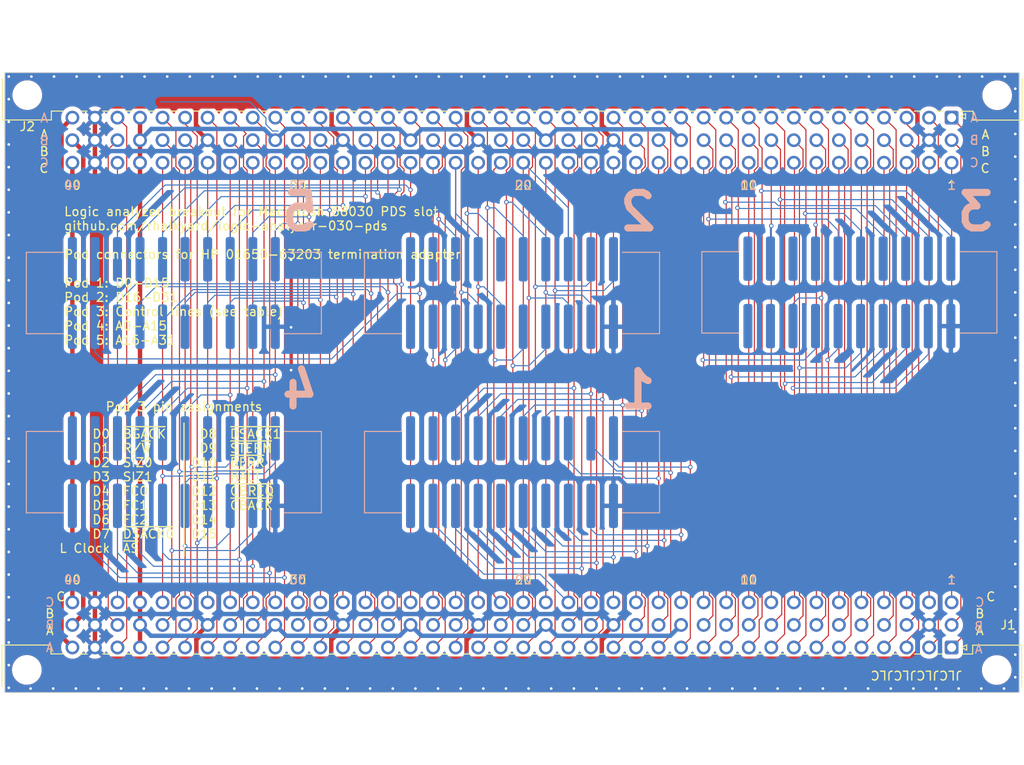
<source format=kicad_pcb>
(kicad_pcb (version 20221018) (generator pcbnew)
  (title_block (title "Logic analyzer adapter for Macintosh 68030 PDS slot") (date "2024-05-04") (rev "1"))
  (layers (0 "F.Cu" signal) (31 "B.Cu" signal) (34 "B.Paste" user) (35 "F.Paste" user) (36 "B.SilkS" user "B.Silkscreen") (37 "F.SilkS" user "F.Silkscreen") (38 "B.Mask" user) (39 "F.Mask" user) (44 "Edge.Cuts" user))
  (net 0 "")
  (net 1 "/RESV_A1")
  (net 2 "/RESV_A2")
  (net 3 "/~{BUSLOCK}")
  (net 4 "/~{IRQ3}")
  (net 5 "/~{IPL2}")
  (net 6 "/~{CIOUT}")
  (net 7 "/~{STERM}")
  (net 8 "/~{DSACK1}")
  (net 9 "/SIZ1")
  (net 10 "/~{BGACK}")
  (net 11 "/FC2")
  (net 12 "/~{RESET}")
  (net 13 "D0")
  (net 14 "D2")
  (net 15 "D5")
  (net 16 "D8")
  (net 17 "D10")
  (net 18 "D13")
  (net 19 "D16")
  (net 20 "D18")
  (net 21 "D21")
  (net 22 "D24")
  (net 23 "D26")
  (net 24 "D29")
  (net 25 "A31")
  (net 26 "A29")
  (net 27 "A26")
  (net 28 "A23")
  (net 29 "A21")
  (net 30 "A18")
  (net 31 "A15")
  (net 32 "A13")
  (net 33 "A10")
  (net 34 "A7")
  (net 35 "A5")
  (net 36 "A2")
  (net 37 "+5V")
  (net 38 "/CPUCLK")
  (net 39 "GND")
  (net 40 "-12V")
  (net 41 "/RESV_B1")
  (net 42 "/~{TM1A}")
  (net 43 "/~{IRQ2}")
  (net 44 "/~{IPL1}")
  (net 45 "/~{DS}")
  (net 46 "/~{CBACK}")
  (net 47 "/~{DSACK0}")
  (net 48 "/SIZ0")
  (net 49 "/~{BG}")
  (net 50 "/FC1")
  (net 51 "/~{BERR}")
  (net 52 "D3")
  (net 53 "D6")
  (net 54 "D11")
  (net 55 "D14")
  (net 56 "D19")
  (net 57 "D22")
  (net 58 "D27")
  (net 59 "D30")
  (net 60 "A28")
  (net 61 "A25")
  (net 62 "A20")
  (net 63 "A17")
  (net 64 "A12")
  (net 65 "A9")
  (net 66 "A4")
  (net 67 "A1")
  (net 68 "/ECLK")
  (net 69 "-5V")
  (net 70 "/PFW")
  (net 71 "/~{NUBUS}")
  (net 72 "/~{TM0A}")
  (net 73 "/~{IRQ1}")
  (net 74 "/~{IPL0}")
  (net 75 "/~{RMC}")
  (net 76 "/~{CBREQ}")
  (net 77 "/R{slash}~{W}")
  (net 78 "/~{AS}")
  (net 79 "/~{BR}")
  (net 80 "/FC0")
  (net 81 "/~{HALT}")
  (net 82 "D1")
  (net 83 "D4")
  (net 84 "D7")
  (net 85 "D9")
  (net 86 "D12")
  (net 87 "D15")
  (net 88 "D17")
  (net 89 "D20")
  (net 90 "D23")
  (net 91 "D25")
  (net 92 "D28")
  (net 93 "D31")
  (net 94 "A30")
  (net 95 "A27")
  (net 96 "A24")
  (net 97 "A22")
  (net 98 "A19")
  (net 99 "A16")
  (net 100 "A14")
  (net 101 "A11")
  (net 102 "A8")
  (net 103 "A6")
  (net 104 "A3")
  (net 105 "A0")
  (net 106 "/C16M")
  (net 107 "+12V")
  (net 120 "/~{REFILL}")
  (net 122 "/~{CIIN}")
  (footprint "PDS:DIN41612_C_3x40_Female_Horizontal_THT" (layer "F.Cu") (at 33.7605 35.842376)
    (fp_text reference "J2")
    (fp_text value "Mac SE/30 PDS Interface")
  )
  (footprint "PDS:DIN41612_C_3x40_Male_Horizontal_THT" (layer "F.Cu") (at 132.8205 95.532376 180)
    (fp_text reference "J1")
    (fp_text value "Mac SE/30 PDS Interface")
  )
  (footprint "Connector_IDC:IDC-Header_2x10_P2.54mm_Vertical_SMD" (layer "B.Cu") (at 121.298499 55.527376 -90)
    (fp_text reference "J5" hide)
    (fp_text value "Conn_02x10_Odd_Even")
  )
  (footprint "Connector_IDC:IDC-Header_2x10_P2.54mm_Vertical_SMD" (layer "B.Cu") (at 83.2905 75.777376 -90)
    (fp_text reference "J3" hide)
    (fp_text value "Conn_02x10_Odd_Even")
  )
  (footprint "Connector_IDC:IDC-Header_2x10_P2.54mm_Vertical_SMD" (layer "B.Cu") (at 83.2905 55.597376 -90)
    (fp_text reference "J4" hide)
    (fp_text value "Conn_02x10_Odd_Even")
  )
  (footprint "Connector_IDC:IDC-Header_2x10_P2.54mm_Vertical_SMD" (layer "B.Cu") (at 45.1905 75.777376 -90)
    (fp_text reference "J6" hide)
    (fp_text value "Conn_02x10_Odd_Even")
  )
  (footprint "Connector_IDC:IDC-Header_2x10_P2.54mm_Vertical_SMD" (layer "B.Cu") (at 45.1905 55.597376 -90)
    (fp_text reference "J7" hide)
    (fp_text value "Conn_02x10_Odd_Even")
  )
  (gr_line (start 46.3335 70.259376) (end 46.3335 85.245376) (stroke (width 0.15)) (layer "F.SilkS"))
  (gr_rect (start 26.1405 30.762376) (end 140.4405 100.612376) (stroke (width 0.1)) (fill none) (layer "Edge.Cuts"))
  (gr_text "1" (at 99.9105 68.862376) (layer "B.SilkS") (effects (font (size 4 4) (thickness 0.8) bold) (justify left bottom mirror)))
  (gr_text "4" (at 61.8105 68.862376) (layer "B.SilkS") (effects (font (size 4 4) (thickness 0.8) bold) (justify left bottom mirror)))
  (gr_text "2" (at 99.9105 48.796376) (layer "B.SilkS") (effects (font (size 4 4) (thickness 0.8) bold) (justify left bottom mirror)))
  (gr_text "5" (at 61.8105 48.796376) (layer "B.SilkS") (effects (font (size 4 4) (thickness 0.8) bold) (justify left bottom mirror)))
  (gr_text "3" (at 137.918499 48.796376) (layer "B.SilkS") (effects (font (size 4 4) (thickness 0.8) bold) (justify left bottom mirror)))
  (gr_text "Logic analyzer breakout for Macintosh 68030 PDS slot\ngithub.com/rhalkyard/logic-analyzer-030-pds\n\nPod connectors for HP 01650-63203 termination adapter\n\nPod 1: D0-D15\nPod 2: D16-D31\nPod 3: Control lines (see table)\nPod 4: A0-A15\nPod 5: A16-A31" (at 32.7445 61.496376) (layer "F.SilkS") (effects (font (size 1 1)) (justify left bottom)))
  (gr_text "D8\nD9\nD10\nD11\nD12\nD13\nD14\nD15" (at 50.1435 70.894376) (layer "F.SilkS") (effects (font (size 1 1)) (justify right top)))
  (gr_text "~{BGACK}\nR/~{W}\nSIZ0\nSIZ1\nFC0\nFC1\nFC2\n~{DSACK0}\n~{AS}" (at 39.3485 70.894376) (layer "F.SilkS") (effects (font (size 1 1)) (justify left top)))
  (gr_text "Pod 3 pin assignments" (at 46.3335 68.989376) (layer "F.SilkS") (effects (font (size 1 1)) (justify bottom)))
  (gr_text "~{DSACK1}\n~{STERM}\n~{BERR}\n~{HALT}\n~{CBREQ}\n~{CBACK}\n" (at 51.4135 70.894376) (layer "F.SilkS") (effects (font (size 1 1)) (justify left top)))
  (gr_text "JLCJLCJLCJLC" (at 134.0905 98.072376 180) (layer "F.SilkS") (effects (font (size 1 1)) (justify left bottom)))
  (gr_text "D0\nD1\nD2\nD3\nD4\nD5\nD6\nD7\nL Clock" (at 38.0785 70.894376) (layer "F.SilkS") (effects (font (size 1 1)) (justify right top)))
  (segment (start 55.562785 36.599877) (end 56.307784 37.344876) (width 0.125) (layer "B.Cu") (net 0))
  (segment (start 55.562785 35.857414) (end 55.562785 36.599877) (width 0.125) (layer "B.Cu") (net 0))
  (segment (start 53.769747 34.064376) (end 55.562785 35.857414) (width 0.125) (layer "B.Cu") (net 0))
  (segment (start 43.6665 34.064376) (end 53.769747 34.064376) (width 0.125) (layer "B.Cu") (net 0))
  (segment (start 56.307784 37.344876) (end 56.933216 37.344876) (width 0.125) (layer "B.Cu") (net 0))
  (segment (start 134.182501 94.170375) (end 132.8205 95.532376) (width 0.125) (layer "F.Cu") (net 1))
  (segment (start 134.182501 37.204377) (end 134.182501 94.170375) (width 0.125) (layer "F.Cu") (net 1))
  (segment (start 132.8205 35.842376) (end 134.182501 37.204377) (width 0.125) (layer "F.Cu") (net 1))
  (segment (start 131.318 36.879876) (end 131.318 94.494876) (width 0.125) (layer "F.Cu") (net 2))
  (segment (start 130.2805 35.842376) (end 131.318 36.879876) (width 0.125) (layer "F.Cu") (net 2))
  (segment (start 131.318 94.494876) (end 130.2805 95.532376) (width 0.125) (layer "F.Cu") (net 2))
  (segment (start 129.102501 93.446297) (end 127.7405 94.808298) (width 0.125) (layer "F.Cu") (net 3))
  (segment (start 127.7405 94.808298) (end 127.7405 95.532376) (width 0.125) (layer "F.Cu") (net 3))
  (segment (start 129.102501 37.928455) (end 129.102501 93.446297) (width 0.125) (layer "F.Cu") (net 3))
  (segment (start 127.7405 36.566454) (end 129.102501 37.928455) (width 0.125) (layer "F.Cu") (net 3))
  (segment (start 127.7405 35.842376) (end 127.7405 36.566454) (width 0.125) (layer "F.Cu") (net 3))
  (segment (start 126.562501 37.204377) (end 126.562501 94.170375) (width 0.125) (layer "F.Cu") (net 4))
  (segment (start 125.2005 35.842376) (end 126.562501 37.204377) (width 0.125) (layer "F.Cu") (net 4))
  (segment (start 126.562501 94.170375) (end 125.2005 95.532376) (width 0.125) (layer "F.Cu") (net 4))
  (segment (start 124.022501 94.170375) (end 122.6605 95.532376) (width 0.125) (layer "F.Cu") (net 5))
  (segment (start 124.022501 37.204377) (end 124.022501 94.170375) (width 0.125) (layer "F.Cu") (net 5))
  (segment (start 122.6605 35.842376) (end 124.022501 37.204377) (width 0.125) (layer "F.Cu") (net 5))
  (segment (start 121.482501 37.204377) (end 121.482501 94.170375) (width 0.125) (layer "F.Cu") (net 6))
  (segment (start 120.1205 35.842376) (end 121.482501 37.204377) (width 0.125) (layer "F.Cu") (net 6))
  (segment (start 121.482501 94.170375) (end 120.1205 95.532376) (width 0.125) (layer "F.Cu") (net 6))
  (segment (start 118.942501 94.170375) (end 117.5805 95.532376) (width 0.125) (layer "F.Cu") (net 7))
  (segment (start 118.942501 37.204377) (end 118.942501 94.170375) (width 0.125) (layer "F.Cu") (net 7))
  (segment (start 117.5805 35.842376) (end 118.942501 37.204377) (width 0.125) (layer "F.Cu") (net 7))
  (via (at 118.8505 63.147376) (size 0.5) (drill 0.3) (layers "F.Cu" "B.Cu") (net 7))
  (segment (start 120.028499 61.877376) (end 118.8505 63.055375) (width 0.125) (layer "B.Cu") (net 7))
  (segment (start 120.028499 59.327376) (end 120.028499 61.877376) (width 0.125) (layer "B.Cu") (net 7))
  (segment (start 118.8505 63.055375) (end 118.8505 63.147376) (width 0.125) (layer "B.Cu") (net 7))
  (segment (start 115.0405 35.842376) (end 116.403 37.204876) (width 0.125) (layer "F.Cu") (net 8))
  (segment (start 116.403 37.204876) (end 116.403 94.169876) (width 0.125) (layer "F.Cu") (net 8))
  (segment (start 116.403 94.169876) (end 115.0405 95.532376) (width 0.125) (layer "F.Cu") (net 8))
  (via (at 116.310999 46.637376) (size 0.5) (drill 0.3) (layers "F.Cu" "B.Cu") (net 8))
  (segment (start 122.568499 51.727376) (end 122.568499 48.542376) (width 0.125) (layer "B.Cu") (net 8))
  (segment (start 122.568499 48.542376) (end 120.663499 46.637376) (width 0.125) (layer "B.Cu") (net 8))
  (segment (start 120.663499 46.637376) (end 116.310999 46.637376) (width 0.125) (layer "B.Cu") (net 8))
  (segment (start 112.5005 35.842376) (end 114.003 37.344876) (width 0.125) (layer "F.Cu") (net 9))
  (segment (start 114.003 37.344876) (end 114.003 94.029876) (width 0.125) (layer "F.Cu") (net 9))
  (segment (start 114.003 94.029876) (end 112.5005 95.532376) (width 0.125) (layer "F.Cu") (net 9))
  (via (at 114.05 65.814376) (size 0.5) (drill 0.3) (layers "F.Cu" "B.Cu") (net 9))
  (segment (start 127.648499 59.327376) (end 127.648499 61.877376) (width 0.125) (layer "B.Cu") (net 9))
  (segment (start 127.648499 61.877376) (end 123.838499 65.687376) (width 0.125) (layer "B.Cu") (net 9))
  (segment (start 114.177 65.687376) (end 114.05 65.814376) (width 0.125) (layer "B.Cu") (net 9))
  (segment (start 123.838499 65.687376) (end 114.177 65.687376) (width 0.125) (layer "B.Cu") (net 9))
  (segment (start 111.138499 94.354377) (end 109.9605 95.532376) (width 0.125) (layer "F.Cu") (net 10))
  (segment (start 111.138499 92.428216) (end 111.138499 94.354377) (width 0.125) (layer "F.Cu") (net 10))
  (segment (start 111.138499 38.946536) (end 111.463 39.271037) (width 0.125) (layer "F.Cu") (net 10))
  (segment (start 111.138499 37.020375) (end 111.138499 38.946536) (width 0.125) (layer "F.Cu") (net 10))
  (segment (start 111.463 39.271037) (end 111.463 92.103715) (width 0.125) (layer "F.Cu") (net 10))
  (segment (start 111.463 92.103715) (end 111.138499 92.428216) (width 0.125) (layer "F.Cu") (net 10))
  (segment (start 109.9605 35.842376) (end 111.138499 37.020375) (width 0.125) (layer "F.Cu") (net 10))
  (via (at 111.370999 44.097376) (size 0.5) (drill 0.3) (layers "F.Cu" "B.Cu") (net 10))
  (segment (start 127.648499 44.097376) (end 111.370999 44.097376) (width 0.125) (layer "B.Cu") (net 10))
  (segment (start 132.728499 49.177376) (end 127.648499 44.097376) (width 0.125) (layer "B.Cu") (net 10))
  (segment (start 132.728499 51.727376) (end 132.728499 49.177376) (width 0.125) (layer "B.Cu") (net 10))
  (segment (start 108.782501 37.204377) (end 108.782501 94.170375) (width 0.125) (layer "F.Cu") (net 11))
  (segment (start 108.782501 94.170375) (end 107.4205 95.532376) (width 0.125) (layer "F.Cu") (net 11))
  (segment (start 107.4205 35.842376) (end 108.782501 37.204377) (width 0.125) (layer "F.Cu") (net 11))
  (via (at 108.6905 46.002376) (size 0.5) (drill 0.3) (layers "F.Cu" "B.Cu") (net 11))
  (segment (start 108.765001 46.076877) (end 108.6905 46.002376) (width 0.125) (layer "B.Cu") (net 11))
  (segment (start 122.008 46.076877) (end 108.765001 46.076877) (width 0.125) (layer "B.Cu") (net 11))
  (segment (start 125.108499 51.727376) (end 125.108499 49.177376) (width 0.125) (layer "B.Cu") (net 11))
  (segment (start 125.108499 49.177376) (end 122.008 46.076877) (width 0.125) (layer "B.Cu") (net 11))
  (segment (start 106.242501 37.204377) (end 106.242501 94.170375) (width 0.125) (layer "F.Cu") (net 12))
  (segment (start 104.8805 35.842376) (end 106.242501 37.204377) (width 0.125) (layer "F.Cu") (net 12))
  (segment (start 106.242501 94.170375) (end 104.8805 95.532376) (width 0.125) (layer "F.Cu") (net 12))
  (segment (start 103.378 94.494876) (end 102.3405 95.532376) (width 0.125) (layer "F.Cu") (net 13))
  (segment (start 103.378 36.879876) (end 103.378 75.212376) (width 0.125) (layer "F.Cu") (net 13))
  (segment (start 103.378 75.212376) (end 103.378 94.494876) (width 0.125) (layer "F.Cu") (net 13))
  (segment (start 102.3405 35.842376) (end 103.378 36.879876) (width 0.125) (layer "F.Cu") (net 13))
  (via (at 103.378 75.212376) (size 0.5) (drill 0.3) (layers "F.Cu" "B.Cu") (net 13))
  (segment (start 94.7205 71.977376) (end 94.7205 74.577376) (width 0.125) (layer "B.Cu") (net 13))
  (segment (start 95.3555 75.212376) (end 103.378 75.212376) (width 0.125) (layer "B.Cu") (net 13))
  (segment (start 94.7205 74.577376) (end 95.3555 75.212376) (width 0.125) (layer "B.Cu") (net 13))
  (segment (start 101.163 37.204876) (end 101.163 75.847376) (width 0.125) (layer "F.Cu") (net 14))
  (segment (start 101.163 75.847376) (end 101.163 94.169876) (width 0.125) (layer "F.Cu") (net 14))
  (segment (start 99.8005 35.842376) (end 101.163 37.204876) (width 0.125) (layer "F.Cu") (net 14))
  (segment (start 101.163 94.169876) (end 99.8005 95.532376) (width 0.125) (layer "F.Cu") (net 14))
  (via (at 101.163 75.847376) (size 0.5) (drill 0.3) (layers "F.Cu" "B.Cu") (net 14))
  (segment (start 92.1805 72.759384) (end 95.06699 75.645874) (width 0.125) (layer "B.Cu") (net 14))
  (segment (start 100.961498 75.645874) (end 101.163 75.847376) (width 0.125) (layer "B.Cu") (net 14))
  (segment (start 95.06699 75.645874) (end 100.961498 75.645874) (width 0.125) (layer "B.Cu") (net 14))
  (segment (start 98.5305 89.796215) (end 98.622501 89.888216) (width 0.125) (layer "F.Cu") (net 15))
  (segment (start 98.622501 41.486536) (end 98.5305 41.578537) (width 0.125) (layer "F.Cu") (net 15))
  (segment (start 98.622501 94.170375) (end 97.2605 95.532376) (width 0.125) (layer "F.Cu") (net 15))
  (segment (start 98.622501 37.204377) (end 98.622501 41.486536) (width 0.125) (layer "F.Cu") (net 15))
  (segment (start 97.2605 35.842376) (end 98.622501 37.204377) (width 0.125) (layer "F.Cu") (net 15))
  (segment (start 98.622501 89.888216) (end 98.622501 94.170375) (width 0.125) (layer "F.Cu") (net 15))
  (segment (start 98.5305 41.578537) (end 98.5305 89.796215) (width 0.125) (layer "F.Cu") (net 15))
  (via (at 98.5305 84.102376) (size 0.5) (drill 0.3) (layers "F.Cu" "B.Cu") (net 15))
  (segment (start 87.1005 82.197376) (end 89.0055 84.102376) (width 0.125) (layer "B.Cu") (net 15))
  (segment (start 87.1005 79.577376) (end 87.1005 82.197376) (width 0.125) (layer "B.Cu") (net 15))
  (segment (start 89.0055 84.102376) (end 98.5305 84.102376) (width 0.125) (layer "B.Cu") (net 15))
  (segment (start 95.758 68.227376) (end 95.758 94.494876) (width 0.125) (layer "F.Cu") (net 16))
  (segment (start 95.758 94.494876) (end 94.7205 95.532376) (width 0.125) (layer "F.Cu") (net 16))
  (segment (start 95.758 36.879876) (end 95.758 68.227376) (width 0.125) (layer "F.Cu") (net 16))
  (segment (start 94.7205 35.842376) (end 95.758 36.879876) (width 0.125) (layer "F.Cu") (net 16))
  (via (at 95.758 68.227376) (size 0.5) (drill 0.3) (layers "F.Cu" "B.Cu") (net 16))
  (segment (start 85.8305 68.227376) (end 95.758 68.227376) (width 0.125) (layer "B.Cu") (net 16))
  (segment (start 84.5605 69.497376) (end 85.8305 68.227376) (width 0.125) (layer "B.Cu") (net 16))
  (segment (start 84.5605 71.977376) (end 84.5605 69.497376) (width 0.125) (layer "B.Cu") (net 16))
  (segment (start 93.542501 37.928455) (end 93.542501 93.446297) (width 0.125) (layer "F.Cu") (net 17))
  (segment (start 92.1805 35.842376) (end 92.1805 36.566454) (width 0.125) (layer "F.Cu") (net 17))
  (segment (start 93.542501 93.446297) (end 92.1805 94.808298) (width 0.125) (layer "F.Cu") (net 17))
  (segment (start 92.1805 36.566454) (end 93.542501 37.928455) (width 0.125) (layer "F.Cu") (net 17))
  (segment (start 92.1805 94.808298) (end 92.1805 95.532376) (width 0.125) (layer "F.Cu") (net 17))
  (via (at 93.4505 67.592376) (size 0.5) (drill 0.3) (layers "F.Cu" "B.Cu") (net 17))
  (segment (start 83.9255 67.592376) (end 93.4505 67.592376) (width 0.125) (layer "B.Cu") (net 17))
  (segment (start 82.0205 71.977376) (end 82.0205 69.497376) (width 0.125) (layer "B.Cu") (net 17))
  (segment (start 82.0205 69.497376) (end 83.9255 67.592376) (width 0.125) (layer "B.Cu") (net 17))
  (segment (start 91.143 37.344876) (end 91.143 94.029876) (width 0.125) (layer "F.Cu") (net 18))
  (segment (start 91.143 94.029876) (end 89.6405 95.532376) (width 0.125) (layer "F.Cu") (net 18))
  (segment (start 89.6405 35.842376) (end 91.143 37.344876) (width 0.125) (layer "F.Cu") (net 18))
  (via (at 91.143 86.642376) (size 0.5) (drill 0.3) (layers "F.Cu" "B.Cu") (net 18))
  (segment (start 76.9405 79.577376) (end 76.9405 82.197376) (width 0.125) (layer "B.Cu") (net 18))
  (segment (start 81.3855 86.642376) (end 91.143 86.642376) (width 0.125) (layer "B.Cu") (net 18))
  (segment (start 76.9405 82.197376) (end 81.3855 86.642376) (width 0.125) (layer "B.Cu") (net 18))
  (segment (start 87.1005 95.532376) (end 88.138 94.494876) (width 0.125) (layer "F.Cu") (net 19))
  (segment (start 88.138 36.879876) (end 88.138 55.325875) (width 0.125) (layer "F.Cu") (net 19))
  (segment (start 87.1005 35.842376) (end 88.138 36.879876) (width 0.125) (layer "F.Cu") (net 19))
  (segment (start 88.138 94.494876) (end 88.138 55.325875) (width 0.125) (layer "F.Cu") (net 19))
  (via (at 88.138 55.325875) (size 0.5) (drill 0.3) (layers "F.Cu" "B.Cu") (net 19))
  (segment (start 94.7205 51.797376) (end 94.7205 54.257376) (width 0.125) (layer "B.Cu") (net 19))
  (segment (start 94.7205 54.257376) (end 93.652001 55.325875) (width 0.125) (layer "B.Cu") (net 19))
  (segment (start 93.652001 55.325875) (end 88.138 55.325875) (width 0.125) (layer "B.Cu") (net 19))
  (segment (start 85.922501 37.204377) (end 85.922501 54.892376) (width 0.125) (layer "F.Cu") (net 20))
  (segment (start 85.922501 54.892376) (end 85.922501 94.170375) (width 0.125) (layer "F.Cu") (net 20))
  (segment (start 84.5605 35.842376) (end 85.922501 37.204377) (width 0.125) (layer "F.Cu") (net 20))
  (segment (start 85.922501 94.170375) (end 84.5605 95.532376) (width 0.125) (layer "F.Cu") (net 20))
  (via (at 85.922501 54.892376) (size 0.5) (drill 0.3) (layers "F.Cu" "B.Cu") (net 20))
  (segment (start 92.1805 51.797376) (end 92.1805 54.257376) (width 0.125) (layer "B.Cu") (net 20))
  (segment (start 91.624001 54.813875) (end 86.001002 54.813875) (width 0.125) (layer "B.Cu") (net 20))
  (segment (start 92.1805 54.257376) (end 91.624001 54.813875) (width 0.125) (layer "B.Cu") (net 20))
  (segment (start 86.001002 54.813875) (end 85.922501 54.892376) (width 0.125) (layer "B.Cu") (net 20))
  (segment (start 82.0205 35.842376) (end 83.382501 37.204377) (width 0.125) (layer "F.Cu") (net 21))
  (segment (start 83.382501 94.170375) (end 82.0205 95.532376) (width 0.125) (layer "F.Cu") (net 21))
  (segment (start 83.382501 37.204377) (end 83.382501 63.782376) (width 0.125) (layer "F.Cu") (net 21))
  (segment (start 83.382501 63.782376) (end 83.382501 94.170375) (width 0.125) (layer "F.Cu") (net 21))
  (via (at 83.382501 63.782376) (size 0.5) (drill 0.3) (layers "F.Cu" "B.Cu") (net 21))
  (segment (start 87.1005 59.397376) (end 87.1005 61.877376) (width 0.125) (layer "B.Cu") (net 21))
  (segment (start 87.1005 61.877376) (end 85.1955 63.782376) (width 0.125) (layer "B.Cu") (net 21))
  (segment (start 85.1955 63.782376) (end 83.382501 63.782376) (width 0.125) (layer "B.Cu") (net 21))
  (segment (start 80.518 94.494876) (end 79.4805 95.532376) (width 0.125) (layer "F.Cu") (net 22))
  (segment (start 80.518 46.002376) (end 80.518 94.494876) (width 0.125) (layer "F.Cu") (net 22))
  (segment (start 79.4805 35.842376) (end 80.518 36.879876) (width 0.125) (layer "F.Cu") (net 22))
  (segment (start 80.518 36.879876) (end 80.518 46.002376) (width 0.125) (layer "F.Cu") (net 22))
  (via (at 80.518 46.002376) (size 0.5) (drill 0.3) (layers "F.Cu" "B.Cu") (net 22))
  (segment (start 84.5605 51.797376) (end 84.5605 49.177376) (width 0.125) (layer "B.Cu") (net 22))
  (segment (start 84.5605 49.177376) (end 81.3855 46.002376) (width 0.125) (layer "B.Cu") (net 22))
  (segment (start 81.3855 46.002376) (end 80.518 46.002376) (width 0.125) (layer "B.Cu") (net 22))
  (segment (start 76.9405 35.842376) (end 76.9405 36.566454) (width 0.125) (layer "F.Cu") (net 23))
  (segment (start 78.302501 93.446297) (end 76.9405 94.808298) (width 0.125) (layer "F.Cu") (net 23))
  (segment (start 78.302501 37.928455) (end 78.302501 93.446297) (width 0.125) (layer "F.Cu") (net 23))
  (segment (start 76.9405 94.808298) (end 76.9405 95.532376) (width 0.125) (layer "F.Cu") (net 23))
  (segment (start 76.9405 36.566454) (end 78.302501 37.928455) (width 0.125) (layer "F.Cu") (net 23))
  (via (at 78.2105 46.637376) (size 0.5) (drill 0.3) (layers "F.Cu" "B.Cu") (net 23))
  (segment (start 79.4805 46.637376) (end 78.2105 46.637376) (width 0.125) (layer "B.Cu") (net 23))
  (segment (start 82.0205 51.797376) (end 82.0205 49.177376) (width 0.125) (layer "B.Cu") (net 23))
  (segment (start 82.0205 49.177376) (end 79.4805 46.637376) (width 0.125) (layer "B.Cu") (net 23))
  (segment (start 75.762501 37.204377) (end 75.762501 63.147376) (width 0.125) (layer "F.Cu") (net 24))
  (segment (start 75.762501 63.147376) (end 75.762501 94.170375) (width 0.125) (layer "F.Cu") (net 24))
  (segment (start 74.4005 35.842376) (end 75.762501 37.204377) (width 0.125) (layer "F.Cu") (net 24))
  (segment (start 75.762501 94.170375) (end 74.4005 95.532376) (width 0.125) (layer "F.Cu") (net 24))
  (via (at 75.762501 63.147376) (size 0.5) (drill 0.3) (layers "F.Cu" "B.Cu") (net 24))
  (segment (start 76.9405 61.877376) (end 75.762501 63.055375) (width 0.125) (layer "B.Cu") (net 24))
  (segment (start 76.9405 59.397376) (end 76.9405 61.877376) (width 0.125) (layer "B.Cu") (net 24))
  (segment (start 75.762501 63.055375) (end 75.762501 63.147376) (width 0.125) (layer "B.Cu") (net 24))
  (segment (start 72.898 94.494876) (end 71.8605 95.532376) (width 0.125) (layer "F.Cu") (net 25))
  (segment (start 71.8605 35.842376) (end 72.898 36.879876) (width 0.125) (layer "F.Cu") (net 25))
  (segment (start 72.898 36.879876) (end 72.898 55.654376) (width 0.125) (layer "F.Cu") (net 25))
  (segment (start 72.898 55.654376) (end 72.898 94.494876) (width 0.125) (layer "F.Cu") (net 25))
  (via (at 72.898 55.654376) (size 0.5) (drill 0.3) (layers "F.Cu" "B.Cu") (net 25))
  (segment (start 70.3365 55.654376) (end 72.898 55.654376) (width 0.125) (layer "B.Cu") (net 25))
  (segment (start 36.3005 62.258376) (end 37.0625 63.020376) (width 0.125) (layer "B.Cu") (net 25))
  (segment (start 37.0625 63.020376) (end 62.9705 63.020376) (width 0.125) (layer "B.Cu") (net 25))
  (segment (start 36.3005 59.397376) (end 36.3005 62.258376) (width 0.125) (layer "B.Cu") (net 25))
  (segment (start 62.9705 63.020376) (end 70.3365 55.654376) (width 0.125) (layer "B.Cu") (net 25))
  (segment (start 70.682501 37.204377) (end 69.3205 35.842376) (width 0.125) (layer "F.Cu") (net 26))
  (segment (start 70.819311 94.033565) (end 70.819311 44.454838) (width 0.125) (layer "F.Cu") (net 26))
  (segment (start 70.819311 44.454838) (end 71.119233 44.154916) (width 0.125) (layer "F.Cu") (net 26))
  (segment (start 71.119233 44.154916) (end 71.119233 41.654442) (width 0.125) (layer "F.Cu") (net 26))
  (segment (start 69.3205 95.532376) (end 70.819311 94.033565) (width 0.125) (layer "F.Cu") (net 26))
  (segment (start 70.682501 41.21771) (end 70.682501 37.204377) (width 0.125) (layer "F.Cu") (net 26))
  (segment (start 71.119233 41.654442) (end 70.682501 41.21771) (width 0.125) (layer "F.Cu") (net 26))
  (via (at 70.8445 54.638376) (size 0.5) (drill 0.3) (layers "F.Cu" "B.Cu") (net 26))
  (segment (start 38.8405 56.670376) (end 40.951 54.559876) (width 0.125) (layer "B.Cu") (net 26))
  (segment (start 70.766 54.559876) (end 70.8445 54.638376) (width 0.125) (layer "B.Cu") (net 26))
  (segment (start 40.951 54.559876) (end 70.766 54.559876) (width 0.125) (layer "B.Cu") (net 26))
  (segment (start 38.8405 59.397376) (end 38.8405 56.670376) (width 0.125) (layer "B.Cu") (net 26))
  (segment (start 68.145939 55.882012) (end 68.419496 55.608455) (width 0.125) (layer "F.Cu") (net 27))
  (segment (start 68.145939 94.166937) (end 68.145939 55.882012) (width 0.125) (layer "F.Cu") (net 27))
  (segment (start 68.419496 55.608455) (end 68.419496 44.540896) (width 0.125) (layer "F.Cu") (net 27))
  (segment (start 68.145939 37.207815) (end 68.145939 44.267339) (width 0.125) (layer "F.Cu") (net 27))
  (segment (start 66.7805 35.842376) (end 68.145939 37.207815) (width 0.125) (layer "F.Cu") (net 27))
  (segment (start 68.419496 44.540896) (end 68.145939 44.267339) (width 0.125) (layer "F.Cu") (net 27))
  (segment (start 66.7805 95.532376) (end 68.145939 94.166937) (width 0.125) (layer "F.Cu") (net 27))
  (via (at 68.145939 44.267339) (size 0.5) (drill 0.3) (layers "F.Cu" "B.Cu") (net 27))
  (segment (start 48.637036 44.07984) (end 67.95844 44.07984) (width 0.125) (layer "B.Cu") (net 27))
  (segment (start 67.95844 44.07984) (end 68.145939 44.267339) (width 0.125) (layer "B.Cu") (net 27))
  (segment (start 43.9205 51.797376) (end 43.9205 48.796376) (width 0.125) (layer "B.Cu") (net 27))
  (segment (start 43.9205 48.796376) (end 48.637036 44.07984) (width 0.125) (layer "B.Cu") (net 27))
  (segment (start 65.397413 36.999289) (end 65.397413 55.720878) (width 0.125) (layer "F.Cu") (net 28))
  (segment (start 64.2405 95.532376) (end 65.397413 94.375463) (width 0.125) (layer "F.Cu") (net 28))
  (segment (start 65.397413 94.375463) (end 65.397413 55.720878) (width 0.125) (layer "F.Cu") (net 28))
  (segment (start 64.2405 35.842376) (end 65.397413 36.999289) (width 0.125) (layer "F.Cu") (net 28))
  (via (at 65.397413 55.720878) (size 0.5) (drill 0.3) (layers "F.Cu" "B.Cu") (net 28))
  (segment (start 46.4605 56.670376) (end 47.597497 55.533379) (width 0.125) (layer "B.Cu") (net 28))
  (segment (start 46.4605 59.397376) (end 46.4605 56.670376) (width 0.125) (layer "B.Cu") (net 28))
  (segment (start 65.209914 55.533379) (end 65.397413 55.720878) (width 0.125) (layer "B.Cu") (net 28))
  (segment (start 47.597497 55.533379) (end 65.209914 55.533379) (width 0.125) (layer "B.Cu") (net 28))
  (segment (start 63.6055 41.754623) (end 63.6055 89.620129) (width 0.125) (layer "F.Cu") (net 29))
  (segment (start 63.6055 89.620129) (end 63.203 90.022629) (width 0.125) (layer "F.Cu") (net 29))
  (segment (start 63.203 41.352123) (end 63.6055 41.754623) (width 0.125) (layer "F.Cu") (net 29))
  (segment (start 61.7005 35.842376) (end 61.7005 36.566454) (width 0.125) (layer "F.Cu") (net 29))
  (segment (start 61.7005 94.808298) (end 61.7005 95.532376) (width 0.125) (layer "F.Cu") (net 29))
  (segment (start 63.203 90.022629) (end 63.203 93.305798) (width 0.125) (layer "F.Cu") (net 29))
  (segment (start 63.203 93.305798) (end 61.7005 94.808298) (width 0.125) (layer "F.Cu") (net 29))
  (segment (start 63.203 38.068954) (end 63.203 41.352123) (width 0.125) (layer "F.Cu") (net 29))
  (segment (start 61.7005 36.566454) (end 63.203 38.068954) (width 0.125) (layer "F.Cu") (net 29))
  (via (at 63.4785 56.045379) (size 0.5) (drill 0.3) (layers "F.Cu" "B.Cu") (net 29))
  (segment (start 49.0005 59.397376) (end 49.0005 56.670376) (width 0.125) (layer "B.Cu") (net 29))
  (segment (start 63.291001 55.85788) (end 63.4785 56.045379) (width 0.125) (layer "B.Cu") (net 29))
  (segment (start 49.0005 56.670376) (end 49.812996 55.85788) (width 0.125) (layer "B.Cu") (net 29))
  (segment (start 49.812996 55.85788) (end 63.291001 55.85788) (width 0.125) (layer "B.Cu") (net 29))
  (segment (start 59.1605 35.842376) (end 60.522501 37.204377) (width 0.125) (layer "F.Cu") (net 30))
  (segment (start 60.4305 41.578537) (end 60.4305 47.018376) (width 0.125) (layer "F.Cu") (net 30))
  (segment (start 60.522501 94.170375) (end 59.1605 95.532376) (width 0.125) (layer "F.Cu") (net 30))
  (segment (start 60.522501 37.204377) (end 60.522501 41.486536) (width 0.125) (layer "F.Cu") (net 30))
  (segment (start 60.4305 89.796215) (end 60.522501 89.888216) (width 0.125) (layer "F.Cu") (net 30))
  (segment (start 60.522501 41.486536) (end 60.4305 41.578537) (width 0.125) (layer "F.Cu") (net 30))
  (segment (start 60.522501 89.888216) (end 60.522501 94.170375) (width 0.125) (layer "F.Cu") (net 30))
  (segment (start 60.4305 47.018376) (end 60.4305 89.796215) (width 0.125) (layer "F.Cu") (net 30))
  (via (at 60.4305 47.018376) (size 0.5) (drill 0.3) (layers "F.Cu" "B.Cu") (net 30))
  (segment (start 54.0805 48.796376) (end 55.8585 47.018376) (width 0.125) (layer "B.Cu") (net 30))
  (segment (start 54.0805 51.797376) (end 54.0805 48.796376) (width 0.125) (layer "B.Cu") (net 30))
  (segment (start 55.8585 47.018376) (end 60.4305 47.018376) (width 0.125) (layer "B.Cu") (net 30))
  (segment (start 57.658 36.879876) (end 57.658 87.658376) (width 0.125) (layer "F.Cu") (net 31))
  (segment (start 57.658 87.658376) (end 57.658 94.494876) (width 0.125) (layer "F.Cu") (net 31))
  (segment (start 57.658 94.494876) (end 56.6205 95.532376) (width 0.125) (layer "F.Cu") (net 31))
  (segment (start 56.6205 35.842376) (end 57.658 36.879876) (width 0.125) (layer "F.Cu") (net 31))
  (via (at 57.658 87.658376) (size 0.5) (drill 0.3) (layers "F.Cu" "B.Cu") (net 31))
  (segment (start 36.3005 84.864376) (end 39.0945 87.658376) (width 0.125) (layer "B.Cu") (net 31))
  (segment (start 36.3005 79.577376) (end 36.3005 84.864376) (width 0.125) (layer "B.Cu") (net 31))
  (segment (start 39.0945 87.658376) (end 57.658 87.658376) (width 0.125) (layer "B.Cu") (net 31))
  (segment (start 55.9855 41.754623) (end 55.9855 87.146376) (width 0.125) (layer "F.Cu") (net 32))
  (segment (start 55.583 90.022629) (end 55.9855 89.620129) (width 0.125) (layer "F.Cu") (net 32))
  (segment (start 55.675001 40.400628) (end 55.583 40.492629) (width 0.125) (layer "F.Cu") (net 32))
  (segment (start 55.675001 91.856789) (end 55.675001 90.974124) (width 0.125) (layer "F.Cu") (net 32))
  (segment (start 55.583 41.352123) (end 55.9855 41.754623) (width 0.125) (layer "F.Cu") (net 32))
  (segment (start 55.675001 39.517963) (end 55.675001 40.400628) (width 0.125) (layer "F.Cu") (net 32))
  (segment (start 55.583 40.492629) (end 55.583 41.352123) (width 0.125) (layer "F.Cu") (net 32))
  (segment (start 55.583 37.344876) (end 55.583 39.425962) (width 0.125) (layer "F.Cu") (net 32))
  (segment (start 55.583 91.94879) (end 55.675001 91.856789) (width 0.125) (layer "F.Cu") (net 32))
  (segment (start 55.583 90.882123) (end 55.583 90.022629) (width 0.125) (layer "F.Cu") (net 32))
  (segment (start 55.9855 89.620129) (end 55.9855 87.146376) (width 0.125) (layer "F.Cu") (net 32))
  (segment (start 55.583 94.029876) (end 55.583 91.94879) (width 0.125) (layer "F.Cu") (net 32))
  (segment (start 55.583 39.425962) (end 55.675001 39.517963) (width 0.125) (layer "F.Cu") (net 32))
  (segment (start 55.675001 90.974124) (end 55.583 90.882123) (width 0.125) (layer "F.Cu") (net 32))
  (segment (start 54.0805 35.842376) (end 55.583 37.344876) (width 0.125) (layer "F.Cu") (net 32))
  (segment (start 54.0805 95.532376) (end 55.583 94.029876) (width 0.125) (layer "F.Cu") (net 32))
  (via (at 55.9855 87.146376) (size 0.5) (drill 0.3) (layers "F.Cu" "B.Cu") (net 32))
  (segment (start 38.8405 84.864376) (end 41.1265 87.150376) (width 0.125) (layer "B.Cu") (net 32))
  (segment (start 41.1265 87.150376) (end 55.9815 87.150376) (width 0.125) (layer "B.Cu") (net 32))
  (segment (start 38.8405 79.577376) (end 38.8405 84.864376) (width 0.125) (layer "B.Cu") (net 32))
  (segment (start 55.9815 87.150376) (end 55.9855 87.146376) (width 0.125) (layer "B.Cu") (net 32))
  (segment (start 51.5405 35.842376) (end 53.346877 37.648753) (width 0.125) (layer "F.Cu") (net 33))
  (segment (start 53.043 37.95263) (end 53.043 41.352123) (width 0.125) (layer "F.Cu") (net 33))
  (segment (start 53.4455 66.322376) (end 53.4455 89.620129) (width 0.125) (layer "F.Cu") (net 33))
  (segment (start 53.4455 41.754623) (end 53.4455 66.322376) (width 0.125) (layer "F.Cu") (net 33))
  (segment (start 53.346877 37.648753) (end 53.043 37.95263) (width 0.125) (layer "F.Cu") (net 33))
  (segment (start 53.043 41.352123) (end 53.4455 41.754623) (width 0.125) (layer "F.Cu") (net 33))
  (segment (start 53.4455 89.620129) (end 53.043 90.022629) (width 0.125) (layer "F.Cu") (net 33))
  (segment (start 53.043 90.022629) (end 53.043 94.029876) (width 0.125) (layer "F.Cu") (net 33))
  (segment (start 53.043 94.029876) (end 51.5405 95.532376) (width 0.125) (layer "F.Cu") (net 33))
  (via (at 53.4455 66.322376) (size 0.5) (drill 0.3) (layers "F.Cu" "B.Cu") (net 33))
  (segment (start 46.7145 66.322376) (end 53.4455 66.322376) (width 0.125) (layer "B.Cu") (net 33))
  (segment (start 43.9205 71.977376) (end 43.9205 69.116376) (width 0.125) (layer "B.Cu") (net 33))
  (segment (start 43.9205 69.116376) (end 46.7145 66.322376) (width 0.125) (layer "B.Cu") (net 33))
  (segment (start 50.038 36.879876) (end 50.038 76.482376) (width 0.125) (layer "F.Cu") (net 34))
  (segment (start 50.038 76.482376) (end 50.038 94.494876) (width 0.125) (layer "F.Cu") (net 34))
  (segment (start 49.0005 35.842376) (end 50.038 36.879876) (width 0.125) (layer "F.Cu") (net 34))
  (segment (start 49.0005 95.532376) (end 50.038 94.494876) (width 0.125) (layer "F.Cu") (net 34))
  (via (at 50.038 76.482376) (size 0.5) (drill 0.3) (layers "F.Cu" "B.Cu") (net 34))
  (segment (start 46.4605 79.577376) (end 46.4605 76.990376) (width 0.125) (layer "B.Cu") (net 34))
  (segment (start 46.9685 76.482376) (end 50.038 76.482376) (width 0.125) (layer "B.Cu") (net 34))
  (segment (start 46.4605 76.990376) (end 46.9685 76.482376) (width 0.125) (layer "B.Cu") (net 34))
  (segment (start 46.4605 95.532376) (end 46.4605 94.808298) (width 0.125) (layer "F.Cu") (net 35))
  (segment (start 46.4605 94.808298) (end 47.822501 93.446297) (width 0.125) (layer "F.Cu") (net 35))
  (segment (start 47.822501 93.446297) (end 47.822501 76.57384) (width 0.125) (layer "F.Cu") (net 35))
  (segment (start 46.4605 36.566454) (end 47.822501 37.928455) (width 0.125) (layer "F.Cu") (net 35))
  (segment (start 47.822501 37.928455) (end 47.822501 76.482376) (width 0.125) (layer "F.Cu") (net 35))
  (segment (start 47.822501 76.482376) (end 47.776769 76.528108) (width 0.125) (layer "F.Cu") (net 35))
  (segment (start 46.4605 35.842376) (end 46.4605 36.566454) (width 0.125) (layer "F.Cu") (net 35))
  (segment (start 47.822501 76.57384) (end 47.776769 76.528108) (width 0.125) (layer "F.Cu") (net 35))
  (via (at 47.822501 83.773875) (size 0.5) (drill 0.3) (layers "F.Cu" "B.Cu") (net 35))
  (segment (start 49.0005 79.577376) (end 49.0005 82.595876) (width 0.125) (layer "B.Cu") (net 35))
  (segment (start 49.0005 82.595876) (end 47.822501 83.773875) (width 0.125) (layer "B.Cu") (net 35))
  (segment (start 45.423 37.344876) (end 45.423 41.352123) (width 0.125) (layer "F.Cu") (net 36))
  (segment (start 45.8255 41.754623) (end 45.8255 75.716376) (width 0.125) (layer "F.Cu") (net 36))
  (segment (start 45.423 94.029876) (end 45.423 90.022629) (width 0.125) (layer "F.Cu") (net 36))
  (segment (start 45.8255 89.620129) (end 45.8255 75.716376) (width 0.125) (layer "F.Cu") (net 36))
  (segment (start 43.9205 35.842376) (end 45.423 37.344876) (width 0.125) (layer "F.Cu") (net 36))
  (segment (start 45.423 90.022629) (end 45.8255 89.620129) (width 0.125) (layer "F.Cu") (net 36))
  (segment (start 43.9205 95.532376) (end 45.423 94.029876) (width 0.125) (layer "F.Cu") (net 36))
  (segment (start 45.423 41.352123) (end 45.8255 41.754623) (width 0.125) (layer "F.Cu") (net 36))
  (via (at 45.8255 75.716376) (size 0.5) (drill 0.3) (layers "F.Cu" "B.Cu") (net 36))
  (segment (start 49.617008 75.720376) (end 45.8295 75.720376) (width 0.125) (layer "B.Cu") (net 36))
  (segment (start 54.0805 74.704376) (end 53.139001 75.645875) (width 0.125) (layer "B.Cu") (net 36))
  (segment (start 54.0805 71.977376) (end 54.0805 74.704376) (width 0.125) (layer "B.Cu") (net 36))
  (segment (start 45.8295 75.720376) (end 45.8255 75.716376) (width 0.125) (layer "B.Cu") (net 36))
  (segment (start 53.139001 75.645875) (end 49.691509 75.645875) (width 0.125) (layer "B.Cu") (net 36))
  (segment (start 49.691509 75.645875) (end 49.617008 75.720376) (width 0.125) (layer "B.Cu") (net 36))
  (segment (start 41.3805 35.842376) (end 41.3805 95.532376) (width 0.5) (layer "F.Cu") (net 37))
  (segment (start 55.3955 94.217376) (end 42.6055 94.217376) (width 0.5) (layer "B.Cu") (net 37))
  (segment (start 102.3405 92.992376) (end 101.1155 94.217376) (width 0.5) (layer "B.Cu") (net 37))
  (segment (start 85.8755 37.157376) (end 73.0855 37.157376) (width 0.5) (layer "B.Cu") (net 37))
  (segment (start 42.6505 37.112376) (end 41.3805 38.382376) (width 0.5) (layer "B.Cu") (net 37))
  (segment (start 42.6055 94.217376) (end 41.3805 92.992376) (width 0.5) (layer "B.Cu") (net 37))
  (segment (start 73.0855 94.217376) (end 71.8605 92.992376) (width 0.5) (layer "B.Cu") (net 37))
  (segment (start 73.0855 37.157376) (end 71.8605 38.382376) (width 0.5) (layer "B.Cu") (net 37))
  (segment (start 71.8605 38.382376) (end 70.5905 37.112376) (width 0.5) (layer "B.Cu") (net 37))
  (segment (start 87.1005 92.992376) (end 85.8755 94.217376) (width 0.5) (layer "B.Cu") (net 37))
  (segment (start 57.8905 37.112376) (end 56.6205 38.382376) (width 0.5) (layer "B.Cu") (net 37))
  (segment (start 55.3505 37.112376) (end 42.6505 37.112376) (width 0.5) (layer "B.Cu") (net 37))
  (segment (start 88.3255 37.157376) (end 87.1005 38.382376) (width 0.5) (layer "B.Cu") (net 37))
  (segment (start 87.1005 38.382376) (end 85.8755 37.157376) (width 0.5) (layer "B.Cu") (net 37))
  (segment (start 85.8755 94.217376) (end 73.0855 94.217376) (width 0.5) (layer "B.Cu") (net 37))
  (segment (start 56.6205 92.992376) (end 55.3955 94.217376) (width 0.5) (layer "B.Cu") (net 37))
  (segment (start 70.5905 37.112376) (end 57.8905 37.112376) (width 0.5) (layer "B.Cu") (net 37))
  (segment (start 102.3405 38.382376) (end 101.1155 37.157376) (width 0.5) (layer "B.Cu") (net 37))
  (segment (start 101.1155 37.157376) (end 88.3255 37.157376) (width 0.5) (layer "B.Cu") (net 37))
  (segment (start 71.8605 92.992376) (end 70.6355 94.217376) (width 0.5) (layer "B.Cu") (net 37))
  (segment (start 70.6355 94.217376) (end 57.8455 94.217376) (width 0.5) (layer "B.Cu") (net 37))
  (segment (start 56.6205 38.382376) (end 55.3505 37.112376) (width 0.5) (layer "B.Cu") (net 37))
  (segment (start 88.3255 94.217376) (end 87.1005 92.992376) (width 0.5) (layer "B.Cu") (net 37))
  (segment (start 101.1155 94.217376) (end 88.3255 94.217376) (width 0.5) (layer "B.Cu") (net 37))
  (segment (start 57.8455 94.217376) (end 56.6205 92.992376) (width 0.5) (layer "B.Cu") (net 37))
  (segment (start 39.878 36.879876) (end 38.8405 35.842376) (width 0.125) (layer "F.Cu") (net 38))
  (segment (start 38.8405 95.532376) (end 39.878 94.494876) (width 0.125) (layer "F.Cu") (net 38))
  (segment (start 39.878 94.494876) (end 39.878 36.879876) (width 0.125) (layer "F.Cu") (net 38))
  (segment (start 49.0005 38.382376) (end 47.6855 37.067376) (width 0.5) (layer "F.Cu") (net 39))
  (segment (start 93.4055 94.307376) (end 93.4055 96.757376) (width 0.5) (layer "F.Cu") (net 39))
  (segment (start 62.9705 37.112376) (end 62.9705 34.572376) (width 0.5) (layer "F.Cu") (net 39))
  (segment (start 93.4055 34.617376) (end 93.4505 34.572376) (width 0.5) (layer "F.Cu") (net 39))
  (segment (start 64.2405 38.382376) (end 62.9705 37.112376) (width 0.5) (layer "F.Cu") (net 39))
  (segment (start 94.7205 38.382376) (end 93.4055 37.067376) (width 0.5) (layer "F.Cu") (net 39))
  (segment (start 79.4805 92.992376) (end 78.1655 94.307376) (width 0.5) (layer "F.Cu") (net 39))
  (segment (start 128.9655 96.039788) (end 128.202912 96.802376) (width 0.5) (layer "F.Cu") (net 39))
  (segment (start 130.2805 92.992376) (end 128.9655 94.307376) (width 0.5) (layer "F.Cu") (net 39))
  (segment (start 78.2105 34.572376) (end 62.9705 34.572376) (width 0.5) (layer "F.Cu") (net 39))
  (segment (start 62.9255 94.307376) (end 62.9255 96.757376) (width 0.5) (layer "F.Cu") (net 39))
  (segment (start 128.9655 35.334964) (end 128.202912 34.572376) (width 0.5) (layer "F.Cu") (net 39))
  (segment (start 36.3005 95.532376) (end 36.3005 35.842376) (width 0.5) (layer "F.Cu") (net 39))
  (segment (start 128.9655 37.067376) (end 128.9655 35.334964) (width 0.5) (layer "F.Cu") (net 39))
  (segment (start 47.7305 34.572376) (end 37.5705 34.572376) (width 0.5) (layer "F.Cu") (net 39))
  (segment (start 47.7305 94.262376) (end 47.7305 96.802376) (width 0.5) (layer "F.Cu") (net 39))
  (segment (start 37.5705 34.572376) (end 36.3005 35.842376) (width 0.5) (layer "F.Cu") (net 39))
  (segment (start 78.1655 96.757376) (end 78.2105 96.802376) (width 0.5) (layer "F.Cu") (net 39))
  (segment (start 47.7305 96.802376) (end 37.5705 96.802376) (width 0.5) (layer "F.Cu") (net 39))
  (segment (start 62.9705 96.802376) (end 47.7305 96.802376) (width 0.5) (layer "F.Cu") (net 39))
  (segment (start 128.202912 34.572376) (end 93.4505 34.572376) (width 0.5) (layer "F.Cu") (net 39))
  (segment (start 64.2405 92.992376) (end 62.9255 94.307376) (width 0.5) (layer "F.Cu") (net 39))
  (segment (start 93.4055 37.067376) (end 93.4055 34.617376) (width 0.5) (layer "F.Cu") (net 39))
  (segment (start 128.202912 96.802376) (end 62.9705 96.802376) (width 0.5) (layer "F.Cu") (net 39))
  (segment (start 37.5705 96.802376) (end 36.3005 95.532376) (width 0.5) (layer "F.Cu") (net 39))
  (segment (start 128.9655 94.307376) (end 128.9655 96.039788) (width 0.5) (layer "F.Cu") (net 39))
  (segment (start 78.1655 94.307376) (end 78.1655 96.757376) (width 0.5) (layer "F.Cu") (net 39))
  (segment (start 94.7205 92.992376) (end 93.4055 94.307376) (width 0.5) (layer "F.Cu") (net 39))
  (segment (start 93.4055 96.757376) (end 93.4505 96.802376) (width 0.5) (layer "F.Cu") (net 39))
  (segment (start 78.2105 37.112376) (end 78.2105 34.572376) (width 0.5) (layer "F.Cu") (net 39))
  (segment (start 62.9255 96.757376) (end 62.9705 96.802376) (width 0.5) (layer "F.Cu") (net 39))
  (segment (start 62.9705 34.572376) (end 47.7305 34.572376) (width 0.5) (layer "F.Cu") (net 39))
  (segment (start 49.0005 92.992376) (end 47.7305 94.262376) (width 0.5) (layer "F.Cu") (net 39))
  (segment (start 93.4505 34.572376) (end 78.2105 34.572376) (width 0.5) (layer "F.Cu") (net 39))
  (segment (start 47.6855 37.067376) (end 47.6855 34.617376) (width 0.5) (layer "F.Cu") (net 39))
  (segment (start 130.2805 38.382376) (end 128.9655 37.067376) (width 0.5) (layer "F.Cu") (net 39))
  (segment (start 79.4805 38.382376) (end 78.2105 37.112376) (width 0.5) (layer "F.Cu") (net 39))
  (segment (start 47.6855 34.617376) (end 47.7305 34.572376) (width 0.5) (layer "F.Cu") (net 39))
  (via (at 113.211882 100.162376) (size 0.5) (drill 0.3) (layers "F.Cu" "B.Cu") (net 39))
  (via (at 95.449923 31.212376) (size 0.5) (drill 0.3) (layers "F.Cu" "B.Cu") (net 39))
  (via (at 139.9905 73.383665) (size 0.5) (drill 0.3) (layers "F.Cu" "B.Cu") (net 39))
  (via (at 26.5905 100.071892) (size 0.5) (drill 0.3) (layers "F.Cu" "B.Cu") (net 39))
  (via (at 131.154809 31.212376) (size 0.5) (drill 0.3) (layers "F.Cu" "B.Cu") (net 39))
  (via (at 26.5905 84.769798) (size 0.5) (drill 0.3) (layers "F.Cu" "B.Cu") (net 39))
  (via (at 138.805856 31.212376) (size 0.5) (drill 0.3) (layers "F.Cu" "B.Cu") (net 39))
  (via (at 118.403064 31.212376) (size 0.5) (drill 0.3) (layers "F.Cu" "B.Cu") (net 39))
  (via (at 52.003506 100.162376) (size 0.5) (drill 0.3) (layers "F.Cu" "B.Cu") (net 39))
  (via (at 26.5905 94.971194) (size 0.5) (drill 0.3) (layers "F.Cu" "B.Cu") (net 39))
  (via (at 69.946433 31.212376) (size 0.5) (drill 0.3) (layers "F.Cu" "B.Cu") (net 39))
  (via (at 26.5905 79.6691) (size 0.5) (drill 0.3) (layers "F.Cu" "B.Cu") (net 39))
  (via (at 74.956647 100.162376) (size 0.5) (drill 0.3) (layers "F.Cu" "B.Cu") (net 39))
  (via (at 139.9905 86.13541) (size 0.5) (drill 0.3) (layers "F.Cu" "B.Cu") (net 39))
  (via (at 123.413278 100.162376) (size 0.5) (drill 0.3) (layers "F.Cu" "B.Cu") (net 39))
  (via (at 128.60446 31.212376) (size 0.5) (drill 0.3) (layers "F.Cu" "B.Cu") (net 39))
  (via (at 136.255507 31.212376) (size 0.5) (drill 0.3) (layers "F.Cu" "B.Cu") (net 39))
  (via (at 103.010486 100.162376) (size 0.5) (drill 0.3) (layers "F.Cu" "B.Cu") (net 39))
  (via (at 108.201668 31.212376) (size 0.5) (drill 0.3) (layers "F.Cu" "B.Cu") (net 39))
  (via (at 26.5905 89.870496) (size 0.5) (drill 0.3) (layers "F.Cu" "B.Cu") (net 39))
  (via (at 87.798876 31.212376) (size 0.5) (drill 0.3) (layers "F.Cu" "B.Cu") (net 39))
  (via (at 139.9905 58.081571) (size 0.5) (drill 0.3) (layers "F.Cu" "B.Cu") (net 39))
  (via (at 139.9905 68.282967) (size 0.5) (drill 0.3) (layers "F.Cu" "B.Cu") (net 39))
  (via (at 123.503762 31.212376) (size 0.5) (drill 0.3) (layers "F.Cu" "B.Cu") (net 39))
  (via (at 105.560835 100.162376) (size 0.5) (drill 0.3) (layers "F.Cu" "B.Cu") (net 39))
  (via (at 72.406298 100.162376) (size 0.5) (drill 0.3) (layers "F.Cu" "B.Cu") (net 39))
  (via (at 26.5905 46.514563) (size 0.5) (drill 0.3) (layers "F.Cu" "B.Cu") (net 39))
  (via (at 46.993292 31.212376) (size 0.5) (drill 0.3) (layers "F.Cu" "B.Cu") (net 39))
  (via (at 85.158043 100.162376) (size 0.5) (drill 0.3) (layers "F.Cu" "B.Cu") (net 39))
  (via (at 54.644339 31.212376) (size 0.5) (drill 0.3) (layers "F.Cu" "B.Cu") (net 39))
  (via (at 98.000272 31.212376) (size 0.5) (drill 0.3) (layers "F.Cu" "B.Cu") (net 39))
  (via (at 139.9905 93.786457) (size 0.5) (drill 0.3) (layers "F.Cu" "B.Cu") (net 39))
  (via (at 92.80909 100.162376) (size 0.5) (drill 0.3) (layers "F.Cu" "B.Cu") (net 39))
  (via (at 126.054111 31.212376) (size 0.5) (drill 0.3) (layers "F.Cu" "B.Cu") (net 39))
  (via (at 139.9905 65.732618) (size 0.5) (drill 0.3) (layers "F.Cu" "B.Cu") (net 39))
  (via (at 59.654553 100.162376) (size 0.5) (drill 0.3) (layers "F.Cu" "B.Cu") (net 39))
  (via (at 133.614674 100.162376) (size 0.5) (drill 0.3) (layers "F.Cu" "B.Cu") (net 39))
  (via (at 139.9905 83.585061) (size 0.5) (drill 0.3) (layers "F.Cu" "B.Cu") (net 39))
  (via (at 26.5905 66.917355) (size 0.5) (drill 0.3) (layers "F.Cu" "B.Cu") (net 39))
  (via (at 139.9905 91.236108) (size 0.5) (drill 0.3) (layers "F.Cu" "B.Cu") (net 39))
  (via (at 75.047131 31.212376) (size 0.5) (drill 0.3) (layers "F.Cu" "B.Cu") (net 39))
  (via (at 49.453157 100.162376) (size 0.5) (drill 0.3) (layers "F.Cu" "B.Cu") (net 39))
  (via (at 118.31258 100.162376) (size 0.5) (drill 0.3) (layers "F.Cu" "B.Cu") (net 39))
  (via (at 136.165023 100.162376) (size 0.5) (drill 0.3) (layers "F.Cu" "B.Cu") (net 39))
  (via (at 57.194688 31.212376) (size 0.5) (drill 0.3) (layers "F.Cu" "B.Cu") (net 39))
  (via (at 34.241547 31.212376) (size 0.5) (drill 0.3) (layers "F.Cu" "B.Cu") (net 39))
  (via (at 90.349225 31.212376) (size 0.5) (drill 0.3) (layers "F.Cu" "B.Cu") (net 39))
  (via (at 100.550621 31.212376) (size 0.5) (drill 0.3) (layers "F.Cu" "B.Cu") (net 39))
  (via (at 138.715372 100.162376) (size 0.5) (drill 0.3) (layers "F.Cu" "B.Cu") (net 39))
  (via (at 139.9905 75.934014) (size 0.5) (drill 0.3) (layers "F.Cu" "B.Cu") (net 39))
  (via (at 36.701412 100.162376) (size 0.5) (drill 0.3) (layers "F.Cu" "B.Cu") (net 39))
  (via (at 49.543641 31.212376) (size 0.5) (drill 0.3) (layers "F.Cu" "B.Cu") (net 39))
  (via (at 139.9905 32.578081) (size 0.5) (drill 0.3) (layers "F.Cu" "B.Cu") (net 39))
  (via (at 26.5905 69.467704) (size 0.5) (drill 0.3) (layers "F.Cu" "B.Cu") (net 39))
  (via (at 26.5905 64.367006) (size 0.5) (drill 0.3) (layers "F.Cu" "B.Cu") (net 39))
  (via (at 64.845735 31.212376) (size 0.5) (drill 0.3) (layers "F.Cu" "B.Cu") (net 39))
  (via (at 85.248527 31.212376) (size 0.5) (drill 0.3) (layers "F.Cu" "B.Cu") (net 39))
  (via (at 58.3985 64.290376) (size 0.5) (drill 0.3) (layers "F.Cu" "B.Cu") (net 39))
  (via (at 26.5905 36.313167) (size 0.5) (drill 0.3) (layers "F.Cu" "B.Cu") (net 39))
  (via (at 115.762231 100.162376) (size 0.5) (drill 0.3) (layers "F.Cu" "B.Cu") (net 39))
  (via (at 26.5905 97.521543) (size 0.5) (drill 0.3) (layers "F.Cu" "B.Cu") (net 39))
  (via (at 139.9905 98.887155) (size 0.5) (drill 0.3) (layers "F.Cu" "B.Cu") (net 39))
  (via (at 34.151063 100.162376) (size 0.5) (drill 0.3) (layers "F.Cu" "B.Cu") (net 39))
  (via (at 139.9905 96.336806) (size 0.5) (drill 0.3) (layers "F.Cu" "B.Cu") (net 39))
  (via (at 80.147829 31.212376) (size 0.5) (drill 0.3) (layers "F.Cu" "B.Cu") (net 39))
  (via (at 139.9905 45.329826) (size 0.5) (drill 0.3) (layers "F.Cu" "B.Cu") (net 39))
  (via (at 31.691198 31.212376) (size 0.5) (drill 0.3) (layers "F.Cu" "B.Cu") (net 39))
  (via (at 26.5905 92.420845) (size 0.5) (drill 0.3) (layers "F.Cu" "B.Cu") (net 39))
  (via (at 139.9905 63.182269) (size 0.5) (drill 0.3) (layers "F.Cu" "B.Cu") (net 39))
  (via (at 52.09399 31.212376) (size 0.5) (drill 0.3) (layers "F.Cu" "B.Cu") (net 39))
  (via (at 97.909788 100.162376) (size 0.5) (drill 0.3) (layers "F.Cu" "B.Cu") (net 39))
  (via (at 95.359439 100.162376) (size 0.5) (drill 0.3) (layers "F.Cu" "B.Cu") (net 39))
  (via (at 69.855949 100.162376) (size 0.5) (drill 0.3) (layers "F.Cu" "B.Cu") (net 39))
  (via (at 125.963627 100.162376) (size 0.5) (drill 0.3) (layers "F.Cu" "B.Cu") (net 39))
  (via (at 77.59748 31.212376) (size 0.5) (drill 0.3) (layers "F.Cu" "B.Cu") (net 39))
  (via (at 26.5905 56.715959) (size 0.5) (drill 0.3) (layers "F.Cu" "B.Cu") (net 39))
  (via (at 82.698178 31.212376) (size 0.5) (drill 0.3) (layers "F.Cu" "B.Cu") (net 39))
  (via (at 26.5905 43.964214) (size 0.5) (drill 0.3) (layers "F.Cu" "B.Cu") (net 39))
  (via (at 139.9905 88.685759) (size 0.5) (drill 0.3) (layers "F.Cu" "B.Cu") (net 39))
  (via (at 139.9905 60.63192) (size 0.5) (drill 0.3) (layers "F.Cu" "B.Cu") (net 39))
  (via (at 26.5905 87.320147) (size 0.5) (drill 0.3) (layers "F.Cu" "B.Cu") (net 39))
  (via (at 120.953413 31.212376) (size 0.5) (drill 0.3) (layers "F.Cu" "B.Cu") (net 39))
  (via (at 108.111184 100.162376) (size 0.5) (drill 0.3) (layers "F.Cu" "B.Cu") (net 39))
  (via (at 54.553855 100.162376) (size 0.5) (drill 0.3) (layers "F.Cu" "B.Cu") (net 39))
  (via (at 62.295386 31.212376) (size 0.5) (drill 0.3) (layers "F.Cu" "B.Cu") (net 39))
  (via (at 120.862929 100.162376) (size 0.5) (drill 0.3) (layers "F.Cu" "B.Cu") (net 39))
  (via (at 44.442943 31.212376) (size 0.5) (drill 0.3) (layers "F.Cu" "B.Cu") (net 39))
  (via (at 131.064325 100.162376) (size 0.5) (drill 0.3) (layers "F.Cu" "B.Cu") (net 39))
  (via (at 139.9905 47.880175) (size 0.5) (drill 0.3) (layers "F.Cu" "B.Cu") (net 39))
  (via (at 113.302366 31.212376) (size 0.5) (drill 0.3) (layers "F.Cu" "B.Cu") (net 39))
  (via (at 36.791896 31.212376) (size 0.5) (drill 0.3) (layers "F.Cu" "B.Cu") (net 39))
  (via (at 139.9905 37.678779) (size 0.5) (drill 0.3) (layers "F.Cu" "B.Cu") (net 39))
  (via (at 133.705158 31.212376) (size 0.5) (drill 0.3) (layers "F.Cu" "B.Cu") (net 39))
  (via (at 139.9905 50.430524) (size 0.5) (drill 0.3) (layers "F.Cu" "B.Cu") (net 39))
  (via (at 26.5905 74.568402) (size 0.5) (drill 0.3) (layers "F.Cu" "B.Cu") (net 39))
  (via (at 139.9905 55.531222) (size 0.5) (drill 0.3) (layers "F.Cu" "B.Cu") (net 39))
  (via (at 44.352459 100.162376) (size 0.5) (drill 0.3) (layers "F.Cu" "B.Cu") (net 39))
  (via (at 57.104204 100.162376) (size 0.5) (drill 0.3) (layers "F.Cu" "B.Cu") (net 39))
  (via (at 92.899574 31.212376) (size 0.5) (drill 0.3) (layers "F.Cu" "B.Cu") (net 39))
  (via (at 100.460137 100.162376) (size 0.5) (drill 0.3) (layers "F.Cu" "B.Cu") (net 39))
  (via (at 82.607694 100.162376) (size 0.5) (drill 0.3) (layers "F.Cu" "B.Cu") (net 39))
  (via (at 58.3985 59.464376) (size 0.5) (drill 0.3) (layers "F.Cu" "B.Cu") (net 39))
  (via (at 26.5905 54.16561) (size 0.5) (drill 0.3) (layers "F.Cu" "B.Cu") (net 39))
  (via (at 26.5905 31.212376) (size 0.5) (drill 0.3) (layers "F.Cu" "B.Cu") (net 39))
  (via (at 90.258741 100.162376) (size 0.5) (drill 0.3) (layers "F.Cu" "B.Cu") (net 39))
  (via (at 110.752017 31.212376) (size 0.5) (drill 0.3) (layers "F.Cu" "B.Cu") (net 39))
  (via (at 72.496782 31.212376) (size 0.5) (drill 0.3) (layers "F.Cu" "B.Cu") (net 39))
  (via (at 26.5905 72.018053) (size 0.5) (drill 0.3) (layers "F.Cu" "B.Cu") (net 39))
  (via (at 139.9905 42.779477) (size 0.5) (drill 0.3) (layers "F.Cu" "B.Cu") (net 39))
  (via (at 59.745037 31.212376) (size 0.5) (drill 0.3) (layers "F.Cu" "B.Cu") (net 39))
  (via (at 41.892594 31.212376) (size 0.5) (drill 0.3) (layers "F.Cu" "B.Cu") (net 39))
  (via (at 139.9905 40.229128) (size 0.5) (drill 0.3) (layers "F.Cu" "B.Cu") (net 39))
  (via (at 62.204902 100.162376) (size 0.5) (drill 0.3) (layers "F.Cu" "B.Cu") (net 39))
  (via (at 77.506996 100.162376) (size 0.5) (drill 0.3) (layers "F.Cu" "B.Cu") (net 39))
  (via (at 87.708392 100.162376) (size 0.5) (drill 0.3) (layers "F.Cu" "B.Cu") (net 39))
  (via (at 26.5905 82.219449) (size 0.5) (drill 0.3) (layers "F.Cu" "B.Cu") (net 39))
  (via (at 139.9905 35.12843) (size 0.5) (drill 0.3) (layers "F.Cu" "B.Cu") (net 39))
  (via (at 26.5905 33.762818) (size 0.5) (drill 0.3) (layers "F.Cu" "B.Cu") (net 39))
  (via (at 139.9905 81.034712) (size 0.5) (drill 0.3) (layers "F.Cu" "B.Cu") (net 39))
  (via (at 139.9905 78.484363) (size 0.5) (drill 0.3) (layers "F.Cu" "B.Cu") (net 39))
  (via (at 139.9905 70.833316) (size 0.5) (drill 0.3) (layers "F.Cu" "B.Cu") (net 39))
  (via (at 103.10097 31.212376) (size 0.5) (drill 0.3) (layers "F.Cu" "B.Cu") (net 39))
  (via (at 67.3056 100.162376) (size 0.5) (drill 0.3) (layers "F.Cu" "B.Cu") (net 39))
  (via (at 26.5905 77.118751) (size 0.5) (drill 0.3) (layers "F.Cu" "B.Cu") (net 39))
  (via (at 58.3985 51.844376) (size 0.5) (drill 0.3) (layers "F.Cu" "B.Cu") (net 39))
  (via (at 67.396084 31.212376) (size 0.5) (drill 0.3) (layers "F.Cu" "B.Cu") (net 39))
  (via (at 26.5905 51.615261) (size 0.5) (drill 0.3) (layers "F.Cu" "B.Cu") (net 39))
  (via (at 39.342245 31.212376) (size 0.5) (drill 0.3) (layers "F.Cu" "B.Cu") (net 39))
  (via (at 39.251761 100.162376) (size 0.5) (drill 0.3) (layers "F.Cu" "B.Cu") (net 39))
  (via (at 46.902808 100.162376) (size 0.5) (drill 0.3) (layers "F.Cu" "B.Cu") (net 39))
  (via (at 110.661533 100.162376) (size 0.5) (drill 0.3) (layers "F.Cu" "B.Cu") (net 39))
  (via (at 26.5905 61.816657) (size 0.5) (drill 0.3) (layers "F.Cu" "B.Cu") (net 39))
  (via (at 41.80211 100.162376) (size 0.5) (drill 0.3) (layers "F.Cu" "B.Cu") (net 39))
  (via (at 26.5905 41.413865) (size 0.5) (drill 0.3) (layers "F.Cu" "B.Cu") (net 39))
  (via (at 26.5905 59.266308) (size 0.5) (drill 0.3) (layers "F.Cu" "B.Cu") (net 39))
  (via (at 64.755251 100.162376) (size 0.5) (drill 0.3) (layers "F.Cu" "B.Cu") (net 39))
  (via (at 80.057345 100.162376) (size 0.5) (drill 0.3) (layers "F.Cu" "B.Cu") (net 39))
  (via (at 26.5905 49.064912) (size 0.5) (drill 0.3) (layers "F.Cu" "B.Cu") (net 39))
  (via (at 31.600714 100.162376) (size 0.5) (drill 0.3) (layers "F.Cu" "B.Cu") (net 39))
  (via (at 29.140849 31.212376) (size 0.5) (drill 0.3) (layers "F.Cu" "B.Cu") (net 39))
  (via (at 105.651319 31.212376) (size 0.5) (drill 0.3) (layers "F.Cu" "B.Cu") (net 39))
  (via (at 139.9905 52.980873) (size 0.5) (drill 0.3) (layers "F.Cu" "B.Cu") (net 39))
  (via (at 128.513976 100.162376) (size 0.5) (drill 0.3) (layers "F.Cu" "B.Cu") (net 39))
  (via (at 115.852715 31.212376) (size 0.5) (drill 0.3) (layers "F.Cu" "B.Cu") (net 39))
  (via (at 29.050365 100.162376) (size 0.5) (drill 0.3) (layers "F.Cu" "B.Cu") (net 39))
  (via (at 26.5905 38.863516) (size 0.5) (drill 0.3) (layers "F.Cu" "B.Cu") (net 39))
  (segment (start 131.5055 94.217376) (end 131.5055 97.265376) (width 0.5) (layer "B.Cu") (net 39))
  (segment (start 49.0005 92.992376) (end 47.7755 91.767376) (width 0.5) (layer "B.Cu") (net 39))
  (segment (start 50.2255 91.767376) (end 49.0005 92.992376) (width 0.5) (layer "B.Cu") (net 39))
  (segment (start 64.2405 92.992376) (end 65.5105 91.722376) (width 0.5) (layer "B.Cu") (net 39))
  (segment (start 49.0005 38.382376) (end 50.2705 39.652376) (width 0.5) (layer "B.Cu") (net 39))
  (segment (start 47.7755 39.607376) (end 37.5255 39.607376) (width 0.5) (layer "B.Cu") (net 39))
  (segment (start 80.7055 91.767376) (end 79.4805 92.992376) (width 0.5) (layer "B.Cu") (net 39))
  (segment (start 78.1655 39.697376) (end 65.5555 39.697376) (width 0.5) (layer "B.Cu") (net 39))
  (segment (start 37.5255 39.607376) (end 36.3005 38.382376) (width 0.5) (layer "B.Cu") (net 39))
  (segment (start 65.4655 91.767376) (end 64.2405 92.992376) (width 0.5) (layer "B.Cu") (net 39))
  (segment (start 130.2805 92.992376) (end 129.0105 94.262376) (width 0.5) (layer "B.Cu") (net 39))
  (segment (start 130.2805 92.992376) (end 131.5505 91.722376) (width 0.5) (layer "B.Cu") (net 39))
  (segment (start 79.4805 38.382376) (end 78.2105 39.652376) (width 0.5) (layer "B.Cu") (net 39))
  (segment (start 128.9655 88.719376) (end 129.0105 88.674376) (width 0.5) (layer "B.Cu") (net 39))
  (segment (start 50.2705 39.652376) (end 50.2705 42.192376) (width 0.5) (layer "B.Cu") (net 39))
  (segment (start 47.7305 91.722376) (end 47.7305 89.182376) (width 0.5) (layer "B.Cu") (net 39))
  (segment (start 89.0055 76.482376) (end 95.3555 76.482376) (width 0.5) (layer "B.Cu") (net 39))
  (segment (start 62.9705 91.722376) (end 62.9705 89.182376) (width 0.5) (layer "B.Cu") (net 39))
  (segment (start 78.2555 91.767376) (end 65.4655 91.767376) (width 0.5) (layer "B.Cu") (net 39))
  (segment (start 93.4955 91.767376) (end 80.7055 91.767376) (width 0.5) (layer "B.Cu") (net 39))
  (segment (start 50.2255 39.607376) (end 49.0005 38.382376) (width 0.5) (layer "B.Cu") (net 39))
  (segment (start 64.2405 38.382376) (end 63.0155 39.607376) (width 0.5) (layer "B.Cu") (net 39))
  (segment (start 79.4805 92.992376) (end 80.7505 91.722376) (width 0.5) (layer "B.Cu") (net 39))
  (segment (start 63.0155 91.767376) (end 50.2255 91.767376) (width 0.5) (layer "B.Cu") (net 39))
  (segment (start 50.2705 91.722376) (end 50.2705 89.182376) (width 0.5) (layer "B.Cu") (net 39))
  (segment (start 65.5105 91.722376) (end 65.5105 89.182376) (width 0.5) (layer "B.Cu") (net 39))
  (segment (start 95.9905 91.722376) (end 95.9905 88.547376) (width 0.5) (layer "B.Cu") (net 39))
  (segment (start 47.7305 39.652376) (end 47.7305 42.192376) (width 0.5) (layer "B.Cu") (net 39))
  (segment (start 95.6805 41.882376) (end 95.9455 41.617376) (width 0.5) (layer "B.Cu") (net 39))
  (segment (start 130.2805 92.992376) (end 131.5055 94.217376) (width 0.5) (layer "B.Cu") (net 39))
  (segment (start 65.5105 39.652376) (end 65.5105 42.827376) (width 0.5) (layer "B.Cu") (net 39))
  (segment (start 65.5555 39.697376) (end 64.2405 38.382376) (width 0.5) (layer "B.Cu") (net 39))
  (segment (start 94.7205 56.162376) (end 95.6805 55.202376) (width 0.5) (layer "B.Cu") (net 39))
  (segment (start 94.7205 92.992376) (end 93.4955 91.767376) (width 0.5) (layer "B.Cu") (net 39))
  (segment (start 94.7205 92.992376) (end 95.9905 91.722376) (width 0.5) (layer "B.Cu") (net 39))
  (segment (start 79.4805 38.382376) (end 78.1655 39.697376) (width 0.5) (layer "B.Cu") (net 39))
  (segment (start 128.9655 91.677376) (end 128.9655 88.719376) (width 0.5) (layer "B.Cu") (net 39))
  (segment (start 80.7055 39.607376) (end 79.4805 38.382376) (width 0.5) (layer "B.Cu") (net 39))
  (segment (start 78.2105 39.652376) (end 78.2105 42.827376) (width 0.5) (layer "B.Cu") (net 39))
  (segment (start 49.0005 92.992376) (end 47.7305 91.722376) (width 0.5) (layer "B.Cu") (net 39))
  (segment (start 79.4805 38.382376) (end 80.7505 39.652376) (width 0.5) (layer "B.Cu") (net 39))
  (segment (start 94.7205 92.992376) (end 93.4505 91.722376) (width 0.5) (layer "B.Cu") (net 39))
  (segment (start 64.2405 92.992376) (end 63.0155 91.767376) (width 0.5) (layer "B.Cu") (net 39))
  (segment (start 79.4805 92.992376) (end 78.2555 91.767376) (width 0.5) (layer "B.Cu") (net 39))
  (segment (start 93.4505 39.652376) (end 93.4505 42.192376) (width 0.5) (layer "B.Cu") (net 39))
  (segment (start 37.5255 91.767376) (end 36.3005 92.992376) (width 0.5) (layer "B.Cu") (net 39))
  (segment (start 80.7505 91.722376) (end 80.7505 89.182376) (width 0.5) (layer "B.Cu") (net 39))
  (segment (start 78.2105 91.722376) (end 78.2105 89.182376) (width 0.5) (layer "B.Cu") (net 39))
  (segment (start 95.3555 76.482376) (end 95.9905 77.117376) (width 0.5) (layer "B.Cu") (net 39))
  (segment (start 95.6805 55.202376) (end 95.6805 41.882376) (width 0.5) (layer "B.Cu") (net 39))
  (segment (start 130.2805 92.992376) (end 128.9655 91.677376) (width 0.5) (layer "B.Cu") (net 39))
  (segment (start 94.7205 59.397376) (end 94.7205 56.162376) (width 0.5) (layer "B.Cu") (net 39))
  (segment (start 95.9455 41.617376) (end 95.9455 39.607376) (width 0.5) (layer "B.Cu") (net 39))
  (segment (start 95.9455 39.607376) (end 94.7205 38.382376) (width 0.5) (layer "B.Cu") (net 39))
  (segment (start 62.9705 39.652376) (end 62.9705 42.192376) (width 0.5) (layer "B.Cu") (net 39))
  (segment (start 129.0105 94.262376) (end 129.0105 97.310376) (width 0.5) (layer "B.Cu") (net 39))
  (segment (start 93.4955 39.607376) (end 80.7055 39.607376) (width 0.5) (layer "B.Cu") (net 39))
  (segment (start 64.2405 38.382376) (end 62.9705 39.652376) (width 0.5) (layer "B.Cu") (net 39))
  (segment (start 94.7205 38.382376) (end 93.4505 39.652376) (width 0.5) (layer "B.Cu") (net 39))
  (segment (start 94.7205 79.577376) (end 94.7205 76.482376) (width 0.5) (layer "B.Cu") (net 39))
  (segment (start 49.0005 92.992376) (end 50.2705 91.722376) (width 0.5) (layer "B.Cu") (net 39))
  (segment (start 131.5055 97.265376) (end 131.5505 97.310376) (width 0.5) (layer "B.Cu") (net 39))
  (segment (start 47.7755 91.767376) (end 37.5255 91.767376) (width 0.5) (layer "B.Cu") (net 39))
  (segment (start 131.5505 91.722376) (end 131.5505 88.674376) (width 0.5) (layer "B.Cu") (net 39))
  (segment (start 93.4505 91.722376) (end 93.4505 89.182376) (width 0.5) (layer "B.Cu") (net 39))
  (segment (start 94.7205 38.382376) (end 93.4955 39.607376) (width 0.5) (layer "B.Cu") (net 39))
  (segment (start 63.0155 39.607376) (end 50.2255 39.607376) (width 0.5) (layer "B.Cu") (net 39))
  (segment (start 49.0005 38.382376) (end 47.7305 39.652376) (width 0.5) (layer "B.Cu") (net 39))
  (segment (start 64.2405 38.382376) (end 65.5105 39.652376) (width 0.5) (layer "B.Cu") (net 39))
  (segment (start 80.7505 39.652376) (end 80.7505 42.827376) (width 0.5) (layer "B.Cu") (net 39))
  (segment (start 49.0005 38.382376) (end 47.7755 39.607376) (width 0.5) (layer "B.Cu") (net 39))
  (segment (start 64.2405 92.992376) (end 62.9705 91.722376) (width 0.5) (layer "B.Cu") (net 39))
  (segment (start 79.4805 92.992376) (end 78.2105 91.722376) (width 0.5) (layer "B.Cu") (net 39))
  (segment (start 32.5355 37.067376) (end 32.5355 94.307376) (width 0.5) (layer "F.Cu") (net 40))
  (segment (start 33.7605 35.842376) (end 32.5355 37.067376) (width 0.5) (layer "F.Cu") (net 40))
  (segment (start 32.5355 94.307376) (end 33.7605 95.532376) (width 0.5) (layer "F.Cu") (net 40))
  (segment (start 133.858 91.954876) (end 132.8205 92.992376) (width 0.125) (layer "F.Cu") (net 41))
  (segment (start 133.858 39.419876) (end 133.858 91.954876) (width 0.125) (layer "F.Cu") (net 41))
  (segment (start 132.8205 38.382376) (end 133.858 39.419876) (width 0.125) (layer "F.Cu") (net 41))
  (segment (start 128.778 39.419876) (end 128.778 41.352123) (width 0.125) (layer "F.Cu") (net 42))
  (segment (start 128.778 41.352123) (end 128.3755 41.754623) (width 0.125) (layer "F.Cu") (net 42))
  (segment (start 128.3755 41.754623) (end 128.3755 89.620129) (width 0.125) (layer "F.Cu") (net 42))
  (segment (start 128.3755 89.620129) (end 128.778 90.022629) (width 0.125) (layer "F.Cu") (net 42))
  (segment (start 128.778 90.022629) (end 128.778 91.954876) (width 0.125) (layer "F.Cu") (net 42))
  (segment (start 127.7405 38.382376) (end 128.778 39.419876) (width 0.125) (layer "F.Cu") (net 42))
  (segment (start 128.778 91.954876) (end 127.7405 92.992376) (width 0.125) (layer "F.Cu") (net 42))
  (segment (start 126.238 91.954876) (end 125.2005 92.992376) (width 0.125) (layer "F.Cu") (net 43))
  (segment (start 125.2005 38.382376) (end 126.238 39.419876) (width 0.125) (layer "F.Cu") (net 43))
  (segment (start 125.8355 41.754623) (end 125.8355 89.620129) (width 0.125) (layer "F.Cu") (net 43))
  (segment (start 126.238 90.022629) (end 126.238 91.954876) (width 0.125) (layer "F.Cu") (net 43))
  (segment (start 125.8355 89.620129) (end 126.238 90.022629) (width 0.125) (layer "F.Cu") (net 43))
  (segment (start 126.238 41.352123) (end 125.8355 41.754623) (width 0.125) (layer "F.Cu") (net 43))
  (segment (start 126.238 39.419876) (end 126.238 41.352123) (width 0.125) (layer "F.Cu") (net 43))
  (segment (start 123.2955 41.754623) (end 123.2955 89.620129) (width 0.125) (layer "F.Cu") (net 44))
  (segment (start 122.6605 38.382376) (end 123.698 39.419876) (width 0.125) (layer "F.Cu") (net 44))
  (segment (start 123.2955 89.620129) (end 123.698 90.022629) (width 0.125) (layer "F.Cu") (net 44))
  (segment (start 123.698 39.419876) (end 123.698 41.352123) (width 0.125) (layer "F.Cu") (net 44))
  (segment (start 123.698 91.954876) (end 122.6605 92.992376) (width 0.125) (layer "F.Cu") (net 44))
  (segment (start 123.698 41.352123) (end 123.2955 41.754623) (width 0.125) (layer "F.Cu") (net 44))
  (segment (start 123.698 90.022629) (end 123.698 91.954876) (width 0.125) (layer "F.Cu") (net 44))
  (segment (start 121.158 39.419876) (end 121.158 41.352123) (width 0.125) (layer "F.Cu") (net 45))
  (segment (start 120.7555 41.754623) (end 120.7555 89.620129) (width 0.125) (layer "F.Cu") (net 45))
  (segment (start 121.158 91.954876) (end 120.1205 92.992376) (width 0.125) (layer "F.Cu") (net 45))
  (segment (start 121.158 90.022629) (end 121.158 91.954876) (width 0.125) (layer "F.Cu") (net 45))
  (segment (start 121.158 41.352123) (end 120.7555 41.754623) (width 0.125) (layer "F.Cu") (net 45))
  (segment (start 120.7555 89.620129) (end 121.158 90.022629) (width 0.125) (layer "F.Cu") (net 45))
  (segment (start 120.1205 38.382376) (end 121.158 39.419876) (width 0.125) (layer "F.Cu") (net 45))
  (segment (start 118.618 91.954876) (end 117.5805 92.992376) (width 0.125) (layer "F.Cu") (net 46))
  (segment (start 117.5805 38.382376) (end 118.618 39.419876) (width 0.125) (layer "F.Cu") (net 46))
  (segment (start 118.618 41.352123) (end 118.2155 41.754623) (width 0.125) (layer "F.Cu") (net 46))
  (segment (start 118.618 39.419876) (end 118.618 41.352123) (width 0.125) (layer "F.Cu") (net 46))
  (segment (start 118.2155 89.620129) (end 118.618 90.022629) (width 0.125) (layer "F.Cu") (net 46))
  (segment (start 118.618 90.022629) (end 118.618 91.954876) (width 0.125) (layer "F.Cu") (net 46))
  (segment (start 118.2155 41.754623) (end 118.2155 89.620129) (width 0.125) (layer "F.Cu") (net 46))
  (via (at 118.123499 56.162376) (size 0.5) (drill 0.3) (layers "F.Cu" "B.Cu") (net 46))
  (segment (start 115.583499 56.162376) (end 118.123499 56.162376) (width 0.125) (layer "B.Cu") (net 46))
  (segment (start 114.948499 59.327376) (end 114.948499 56.797376) (width 0.125) (layer "B.Cu") (net 46))
  (segment (start 114.948499 56.797376) (end 115.583499 56.162376) (width 0.125) (layer "B.Cu") (net 46))
  (segment (start 116.078 90.022629) (end 116.078 91.954876) (width 0.125) (layer "F.Cu") (net 47))
  (segment (start 116.078 91.954876) (end 115.0405 92.992376) (width 0.125) (layer "F.Cu") (net 47))
  (segment (start 116.078 39.419876) (end 116.078 41.352123) (width 0.125) (layer "F.Cu") (net 47))
  (segment (start 115.6755 89.620129) (end 116.078 90.022629) (width 0.125) (layer "F.Cu") (net 47))
  (segment (start 115.6755 41.754623) (end 115.6755 89.620129) (width 0.125) (layer "F.Cu") (net 47))
  (segment (start 116.078 41.352123) (end 115.6755 41.754623) (width 0.125) (layer "F.Cu") (net 47))
  (segment (start 115.0405 38.382376) (end 116.078 39.419876) (width 0.125) (layer "F.Cu") (net 47))
  (via (at 115.6755 64.036376) (size 0.5) (drill 0.3) (layers "F.Cu" "B.Cu") (net 47))
  (segment (start 122.568499 59.327376) (end 122.568499 62.166375) (width 0.125) (layer "B.Cu") (net 47))
  (segment (start 120.8825 64.036376) (end 115.8025 64.036376) (width 0.125) (layer "B.Cu") (net 47))
  (segment (start 122.6605 62.258376) (end 120.8825 64.036376) (width 0.125) (layer "B.Cu") (net 47))
  (segment (start 122.568499 62.166375) (end 122.6605 62.258376) (width 0.125) (layer "B.Cu") (net 47))
  (segment (start 113.678499 91.814377) (end 112.5005 92.992376) (width 0.125) (layer "F.Cu") (net 48))
  (segment (start 113.678499 66.192453) (end 113.678499 91.814377) (width 0.125) (layer "F.Cu") (net 48))
  (segment (start 113.538 66.051954) (end 113.678499 66.192453) (width 0.125) (layer "F.Cu") (net 48))
  (segment (start 113.538 39.419876) (end 113.538 66.051954) (width 0.125) (layer "F.Cu") (net 48))
  (segment (start 112.5005 38.382376) (end 113.538 39.419876) (width 0.125) (layer "F.Cu") (net 48))
  (via (at 113.491 45.070812) (size 0.5) (drill 0.3) (layers "F.Cu" "B.Cu") (net 48))
  (segment (start 130.188499 51.727376) (end 130.188499 49.177376) (width 0.125) (layer "B.Cu") (net 48))
  (segment (start 126.081935 45.070812) (end 113.491 45.070812) (width 0.125) (layer "B.Cu") (net 48))
  (segment (start 130.188499 49.177376) (end 126.081935 45.070812) (width 0.125) (layer "B.Cu") (net 48))
  (segment (start 110.5955 41.754623) (end 110.5955 89.620129) (width 0.125) (layer "F.Cu") (net 49))
  (segment (start 110.998 39.419876) (end 110.998 41.352123) (width 0.125) (layer "F.Cu") (net 49))
  (segment (start 110.998 91.954876) (end 109.9605 92.992376) (width 0.125) (layer "F.Cu") (net 49))
  (segment (start 110.998 41.352123) (end 110.5955 41.754623) (width 0.125) (layer "F.Cu") (net 49))
  (segment (start 110.998 90.022629) (end 110.998 91.954876) (width 0.125) (layer "F.Cu") (net 49))
  (segment (start 109.9605 38.382376) (end 110.998 39.419876) (width 0.125) (layer "F.Cu") (net 49))
  (segment (start 110.5955 89.620129) (end 110.998 90.022629) (width 0.125) (layer "F.Cu") (net 49))
  (segment (start 108.458 39.419876) (end 108.458 41.352123) (width 0.125) (layer "F.Cu") (net 50))
  (segment (start 108.458 90.022629) (end 108.458 91.954876) (width 0.125) (layer "F.Cu") (net 50))
  (segment (start 107.4205 38.382376) (end 108.458 39.419876) (width 0.125) (layer "F.Cu") (net 50))
  (segment (start 108.458 41.352123) (end 108.0555 41.754623) (width 0.125) (layer "F.Cu") (net 50))
  (segment (start 108.458 91.954876) (end 107.4205 92.992376) (width 0.125) (layer "F.Cu") (net 50))
  (segment (start 108.0555 41.754623) (end 108.0555 89.620129) (width 0.125) (layer "F.Cu") (net 50))
  (segment (start 108.0555 89.620129) (end 108.458 90.022629) (width 0.125) (layer "F.Cu") (net 50))
  (via (at 107.963499 65.052376) (size 0.5) (drill 0.3) (layers "F.Cu" "B.Cu") (net 50))
  (segment (start 125.108499 61.877376) (end 121.933499 65.052376) (width 0.125) (layer "B.Cu") (net 50))
  (segment (start 121.933499 65.052376) (end 107.963499 65.052376) (width 0.125) (layer "B.Cu") (net 50))
  (segment (start 125.108499 59.327376) (end 125.108499 61.877376) (width 0.125) (layer "B.Cu") (net 50))
  (segment (start 105.918 90.022629) (end 105.918 91.954876) (width 0.125) (layer "F.Cu") (net 51))
  (segment (start 105.918 91.954876) (end 104.8805 92.992376) (width 0.125) (layer "F.Cu") (net 51))
  (segment (start 104.8805 38.382376) (end 105.918 39.419876) (width 0.125) (layer "F.Cu") (net 51))
  (segment (start 105.918 41.352123) (end 105.5155 41.754623) (width 0.125) (layer "F.Cu") (net 51))
  (segment (start 105.918 39.419876) (end 105.918 41.352123) (width 0.125) (layer "F.Cu") (net 51))
  (segment (start 105.5155 89.620129) (end 105.918 90.022629) (width 0.125) (layer "F.Cu") (net 51))
  (segment (start 105.5155 41.754623) (end 105.5155 89.620129) (width 0.125) (layer "F.Cu") (net 51))
  (via (at 105.423499 47.272376) (size 0.5) (drill 0.3) (layers "F.Cu" "B.Cu") (net 51))
  (segment (start 120.028499 51.727376) (end 120.028499 48.542376) (width 0.125) (layer "B.Cu") (net 51))
  (segment (start 120.028499 48.542376) (end 118.758499 47.272376) (width 0.125) (layer "B.Cu") (net 51))
  (segment (start 118.758499 47.272376) (end 105.423499 47.272376) (width 0.125) (layer "B.Cu") (net 51))
  (segment (start 100.838 91.954876) (end 99.8005 92.992376) (width 0.125) (layer "F.Cu") (net 52))
  (segment (start 100.838 39.419876) (end 100.838 41.352123) (width 0.125) (layer "F.Cu") (net 52))
  (segment (start 100.838 41.352123) (end 100.4355 41.754623) (width 0.125) (layer "F.Cu") (net 52))
  (segment (start 100.4355 41.754623) (end 100.4355 83.467376) (width 0.125) (layer "F.Cu") (net 52))
  (segment (start 99.8005 38.382376) (end 100.838 39.419876) (width 0.125) (layer "F.Cu") (net 52))
  (segment (start 100.4355 89.620129) (end 100.838 90.022629) (width 0.125) (layer "F.Cu") (net 52))
  (segment (start 100.4355 83.467376) (end 100.4355 89.620129) (width 0.125) (layer "F.Cu") (net 52))
  (segment (start 100.838 90.022629) (end 100.838 91.954876) (width 0.125) (layer "F.Cu") (net 52))
  (via (at 100.4355 83.467376) (size 0.5) (drill 0.3) (layers "F.Cu" "B.Cu") (net 52))
  (segment (start 89.6405 82.197376) (end 90.9105 83.467376) (width 0.125) (layer "B.Cu") (net 52))
  (segment (start 90.9105 83.467376) (end 100.4355 83.467376) (width 0.125) (layer "B.Cu") (net 52))
  (segment (start 89.6405 79.577376) (end 89.6405 82.197376) (width 0.125) (layer "B.Cu") (net 52))
  (segment (start 98.298 41.352123) (end 97.8955 41.754623) (width 0.125) (layer "F.Cu") (net 53))
  (segment (start 98.298 90.882123) (end 98.205999 90.974124) (width 0.125) (layer "F.Cu") (net 53))
  (segment (start 97.8955 89.620129) (end 98.298 90.022629) (width 0.125) (layer "F.Cu") (net 53))
  (segment (start 98.205999 40.400628) (end 98.298 40.492629) (width 0.125) (layer "F.Cu") (net 53))
  (segment (start 98.298 40.492629) (end 98.298 41.352123) (width 0.125) (layer "F.Cu") (net 53))
  (segment (start 98.205999 39.327875) (end 98.205999 40.400628) (width 0.125) (layer "F.Cu") (net 53))
  (segment (start 98.205999 90.974124) (end 98.205999 92.046877) (width 0.125) (layer "F.Cu") (net 53))
  (segment (start 98.298 90.022629) (end 98.298 90.882123) (width 0.125) (layer "F.Cu") (net 53))
  (segment (start 98.205999 92.046877) (end 97.2605 92.992376) (width 0.125) (layer "F.Cu") (net 53))
  (segment (start 97.8955 41.754623) (end 97.8955 89.620129) (width 0.125) (layer "F.Cu") (net 53))
  (segment (start 97.2605 38.382376) (end 98.205999 39.327875) (width 0.125) (layer "F.Cu") (net 53))
  (via (at 97.8955 68.862376) (size 0.5) (drill 0.3) (layers "F.Cu" "B.Cu") (net 53))
  (segment (start 87.1005 69.497376) (end 87.7355 68.862376) (width 0.125) (layer "B.Cu") (net 53))
  (segment (start 87.7355 68.862376) (end 97.8955 68.862376) (width 0.125) (layer "B.Cu") (net 53))
  (segment (start 87.1005 71.977376) (end 87.1005 69.497376) (width 0.125) (layer "B.Cu") (net 53))
  (segment (start 92.8155 41.754623) (end 92.8155 89.620129) (width 0.125) (layer "F.Cu") (net 54))
  (segment (start 93.218 91.954876) (end 92.1805 92.992376) (width 0.125) (layer "F.Cu") (net 54))
  (segment (start 93.218 41.352123) (end 92.8155 41.754623) (width 0.125) (layer "F.Cu") (net 54))
  (segment (start 92.8155 89.620129) (end 93.218 90.022629) (width 0.125) (layer "F.Cu") (net 54))
  (segment (start 93.218 90.022629) (end 93.218 91.954876) (width 0.125) (layer "F.Cu") (net 54))
  (segment (start 93.218 39.419876) (end 93.218 41.352123) (width 0.125) (layer "F.Cu") (net 54))
  (segment (start 92.1805 38.382376) (end 93.218 39.419876) (width 0.125) (layer "F.Cu") (net 54))
  (via (at 92.8155 86.007376) (size 0.5) (drill 0.3) (layers "F.Cu" "B.Cu") (net 54))
  (segment (start 79.4805 82.197376) (end 83.2905 86.007376) (width 0.125) (layer "B.Cu") (net 54))
  (segment (start 83.2905 86.007376) (end 92.8155 86.007376) (width 0.125) (layer "B.Cu") (net 54))
  (segment (start 79.4805 79.577376) (end 79.4805 82.197376) (width 0.125) (layer "B.Cu") (net 54))
  (segment (start 90.2755 89.620129) (end 90.678 90.022629) (width 0.125) (layer "F.Cu") (net 55))
  (segment (start 90.678 41.352123) (end 90.2755 41.754623) (width 0.125) (layer "F.Cu") (net 55))
  (segment (start 90.678 91.954876) (end 89.6405 92.992376) (width 0.125) (layer "F.Cu") (net 55))
  (segment (start 89.6405 38.382376) (end 90.678 39.419876) (width 0.125) (layer "F.Cu") (net 55))
  (segment (start 90.678 90.022629) (end 90.678 91.954876) (width 0.125) (layer "F.Cu") (net 55))
  (segment (start 90.2755 41.754623) (end 90.2755 89.620129) (width 0.125) (layer "F.Cu") (net 55))
  (segment (start 90.678 39.419876) (end 90.678 41.352123) (width 0.125) (layer "F.Cu") (net 55))
  (via (at 90.2755 66.322376) (size 0.5) (drill 0.3) (layers "F.Cu" "B.Cu") (net 55))
  (segment (start 80.1155 66.322376) (end 90.2755 66.322376) (width 0.125) (layer "B.Cu") (net 55))
  (segment (start 76.9405 69.497376) (end 80.1155 66.322376) (width 0.125) (layer "B.Cu") (net 55))
  (segment (start 76.9405 71.977376) (end 76.9405 69.497376) (width 0.125) (layer "B.Cu") (net 55))
  (segment (start 85.1955 89.620129) (end 85.598 90.022629) (width 0.125) (layer "F.Cu") (net 56))
  (segment (start 85.1955 56.162376) (end 85.1955 89.620129) (width 0.125) (layer "F.Cu") (net 56))
  (segment (start 85.598 90.022629) (end 85.598 91.954876) (width 0.125) (layer "F.Cu") (net 56))
  (segment (start 85.1955 41.754623) (end 85.1955 56.162376) (width 0.125) (layer "F.Cu") (net 56))
  (segment (start 85.598 91.954876) (end 84.5605 92.992376) (width 0.125) (layer "F.Cu") (net 56))
  (segment (start 85.598 39.419876) (end 85.598 41.352123) (width 0.125) (layer "F.Cu") (net 56))
  (segment (start 85.598 41.352123) (end 85.1955 41.754623) (width 0.125) (layer "F.Cu") (net 56))
  (segment (start 84.5605 38.382376) (end 85.598 39.419876) (width 0.125) (layer "F.Cu") (net 56))
  (via (at 85.1955 56.162376) (size 0.5) (drill 0.3) (layers "F.Cu" "B.Cu") (net 56))
  (segment (start 89.6405 59.397376) (end 89.6405 56.797376) (width 0.125) (layer "B.Cu") (net 56))
  (segment (start 89.6405 56.797376) (end 89.0055 56.162376) (width 0.125) (layer "B.Cu") (net 56))
  (segment (start 89.0055 56.162376) (end 85.1955 56.162376) (width 0.125) (layer "B.Cu") (net 56))
  (segment (start 83.058 90.022629) (end 83.058 91.954876) (width 0.125) (layer "F.Cu") (net 57))
  (segment (start 83.058 39.419876) (end 83.058 41.352123) (width 0.125) (layer "F.Cu") (net 57))
  (segment (start 83.058 41.352123) (end 82.6555 41.754623) (width 0.125) (layer "F.Cu") (net 57))
  (segment (start 82.6555 41.754623) (end 82.6555 89.620129) (width 0.125) (layer "F.Cu") (net 57))
  (segment (start 83.058 91.954876) (end 82.0205 92.992376) (width 0.125) (layer "F.Cu") (net 57))
  (segment (start 82.0205 38.382376) (end 83.058 39.419876) (width 0.125) (layer "F.Cu") (net 57))
  (segment (start 82.6555 89.620129) (end 83.058 90.022629) (width 0.125) (layer "F.Cu") (net 57))
  (via (at 82.6555 45.367376) (size 0.5) (drill 0.3) (layers "F.Cu" "B.Cu") (net 57))
  (segment (start 87.1005 51.797376) (end 87.1005 49.177376) (width 0.125) (layer "B.Cu") (net 57))
  (segment (start 87.1005 49.177376) (end 83.2905 45.367376) (width 0.125) (layer "B.Cu") (net 57))
  (segment (start 83.2905 45.367376) (end 82.6555 45.367376) (width 0.125) (layer "B.Cu") (net 57))
  (segment (start 77.978 90.022629) (end 77.978 91.954876) (width 0.125) (layer "F.Cu") (net 58))
  (segment (start 77.978 41.352123) (end 77.5755 41.754623) (width 0.125) (layer "F.Cu") (net 58))
  (segment (start 77.978 91.954876) (end 76.9405 92.992376) (width 0.125) (layer "F.Cu") (net 58))
  (segment (start 77.5755 89.620129) (end 77.978 90.022629) (width 0.125) (layer "F.Cu") (net 58))
  (segment (start 76.9405 38.382376) (end 77.978 39.419876) (width 0.125) (layer "F.Cu") (net 58))
  (segment (start 77.978 39.419876) (end 77.978 41.352123) (width 0.125) (layer "F.Cu") (net 58))
  (segment (start 77.5755 41.754623) (end 77.5755 89.620129) (width 0.125) (layer "F.Cu") (net 58))
  (via (at 77.5755 55.527376) (size 0.5) (drill 0.3) (layers "F.Cu" "B.Cu") (net 58))
  (segment (start 79.4805 56.797376) (end 78.2105 55.527376) (width 0.125) (layer "B.Cu") (net 58))
  (segment (start 78.2105 55.527376) (end 77.5755 55.527376) (width 0.125) (layer "B.Cu") (net 58))
  (segment (start 79.4805 59.397376) (end 79.4805 56.797376) (width 0.125) (layer "B.Cu") (net 58))
  (segment (start 75.0355 41.754623) (end 75.0355 47.272376) (width 0.125) (layer "F.Cu") (net 59))
  (segment (start 75.438 41.352123) (end 75.0355 41.754623) (width 0.125) (layer "F.Cu") (net 59))
  (segment (start 75.0355 89.620129) (end 75.438 90.022629) (width 0.125) (layer "F.Cu") (net 59))
  (segment (start 75.438 39.419876) (end 75.438 41.352123) (width 0.125) (layer "F.Cu") (net 59))
  (segment (start 75.438 90.022629) (end 75.438 91.954876) (width 0.125) (layer "F.Cu") (net 59))
  (segment (start 75.438 91.954876) (end 74.4005 92.992376) (width 0.125) (layer "F.Cu") (net 59))
  (segment (start 74.4005 38.382376) (end 75.438 39.419876) (width 0.125) (layer "F.Cu") (net 59))
  (segment (start 75.0355 47.272376) (end 75.0355 89.620129) (width 0.125) (layer "F.Cu") (net 59))
  (via (at 75.0355 47.272376) (size 0.5) (drill 0.3) (layers "F.Cu" "B.Cu") (net 59))
  (segment (start 76.9405 51.797376) (end 76.9405 49.177376) (width 0.125) (layer "B.Cu") (net 59))
  (segment (start 76.9405 49.177376) (end 75.0355 47.272376) (width 0.125) (layer "B.Cu") (net 59))
  (segment (start 70.607233 41.601356) (end 70.607233 43.942838) (width 0.125) (layer "F.Cu") (net 60))
  (segment (start 70.358 39.419876) (end 70.358 41.352123) (width 0.125) (layer "F.Cu") (net 60))
  (segment (start 69.3205 38.382376) (end 70.358 39.419876) (width 0.125) (layer "F.Cu") (net 60))
  (segment (start 70.358 54.818627) (end 69.9555 54.416127) (width 0.125) (layer "F.Cu") (net 60))
  (segment (start 69.9555 54.416127) (end 69.9555 44.594571) (width 0.125) (layer "F.Cu") (net 60))
  (segment (start 70.358 91.954876) (end 70.358 54.818627) (width 0.125) (layer "F.Cu") (net 60))
  (segment (start 70.358 41.352123) (end 70.607233 41.601356) (width 0.125) (layer "F.Cu") (net 60))
  (segment (start 69.9555 44.594571) (end 70.607233 43.942838) (width 0.125) (layer "F.Cu") (net 60))
  (segment (start 69.3205 92.992376) (end 70.358 91.954876) (width 0.125) (layer "F.Cu") (net 60))
  (via (at 70.607233 43.942838) (size 0.5) (drill 0.3) (layers "F.Cu" "B.Cu") (net 60))
  (segment (start 41.3805 51.797376) (end 41.3805 48.796376) (width 0.125) (layer "B.Cu") (net 60))
  (segment (start 46.421537 43.755339) (end 70.419734 43.755339) (width 0.125) (layer "B.Cu") (net 60))
  (segment (start 70.419734 43.755339) (end 70.607233 43.942838) (width 0.125) (layer "B.Cu") (net 60))
  (segment (start 41.3805 48.796376) (end 46.421537 43.755339) (width 0.125) (layer "B.Cu") (net 60))
  (segment (start 67.4155 89.620129) (end 67.818 90.022629) (width 0.125) (layer "F.Cu") (net 61))
  (segment (start 67.818 90.022629) (end 67.818 91.954876) (width 0.125) (layer "F.Cu") (net 61))
  (segment (start 67.818 91.954876) (end 66.7805 92.992376) (width 0.125) (layer "F.Cu") (net 61))
  (segment (start 66.7805 38.382376) (end 67.818 39.419876) (width 0.125) (layer "F.Cu") (net 61))
  (segment (start 67.818 39.419876) (end 67.818 41.352123) (width 0.125) (layer "F.Cu") (net 61))
  (segment (start 67.818 41.352123) (end 67.4155 41.754623) (width 0.125) (layer "F.Cu") (net 61))
  (segment (start 67.4155 41.754623) (end 67.4155 89.620129) (width 0.125) (layer "F.Cu") (net 61))
  (via (at 67.4155 55.654376) (size 0.5) (drill 0.3) (layers "F.Cu" "B.Cu") (net 61))
  (segment (start 43.9205 58.65329) (end 47.364912 55.208878) (width 0.125) (layer "B.Cu") (net 61))
  (segment (start 43.9205 59.397376) (end 43.9205 58.65329) (width 0.125) (layer "B.Cu") (net 61))
  (segment (start 66.970002 55.208878) (end 67.4155 55.654376) (width 0.125) (layer "B.Cu") (net 61))
  (segment (start 47.364912 55.208878) (end 66.970002 55.208878) (width 0.125) (layer "B.Cu") (net 61))
  (segment (start 62.738 91.954876) (end 61.7005 92.992376) (width 0.125) (layer "F.Cu") (net 62))
  (segment (start 61.7005 38.382376) (end 62.738 39.419876) (width 0.125) (layer "F.Cu") (net 62))
  (segment (start 62.738 39.419876) (end 62.738 46.256376) (width 0.125) (layer "F.Cu") (net 62))
  (segment (start 62.738 46.256376) (end 62.738 91.954876) (width 0.125) (layer "F.Cu") (net 62))
  (via (at 62.738 46.256376) (size 0.5) (drill 0.3) (layers "F.Cu" "B.Cu") (net 62))
  (segment (start 51.5405 51.797376) (end 51.5405 48.796376) (width 0.125) (layer "B.Cu") (net 62))
  (segment (start 54.0805 46.256376) (end 62.738 46.256376) (width 0.125) (layer "B.Cu") (net 62))
  (segment (start 51.5405 48.796376) (end 54.0805 46.256376) (width 0.125) (layer "B.Cu") (net 62))
  (segment (start 60.198 41.352123) (end 59.7955 41.754623) (width 0.125) (layer "F.Cu") (net 63))
  (segment (start 59.7955 89.620129) (end 60.198 90.022629) (width 0.125) (layer "F.Cu") (net 63))
  (segment (start 60.105999 90.974124) (end 60.105999 92.046877) (width 0.125) (layer "F.Cu") (net 63))
  (segment (start 60.198 90.882123) (end 60.105999 90.974124) (width 0.125) (layer "F.Cu") (net 63))
  (segment (start 60.105999 40.400628) (end 60.198 40.492629) (width 0.125) (layer "F.Cu") (net 63))
  (segment (start 59.7955 41.754623) (end 59.7955 89.620129) (width 0.125) (layer "F.Cu") (net 63))
  (segment (start 59.1605 38.382376) (end 60.105999 39.327875) (width 0.125) (layer "F.Cu") (net 63))
  (segment (start 60.198 40.492629) (end 60.198 41.352123) (width 0.125) (layer "F.Cu") (net 63))
  (segment (start 60.105999 39.327875) (end 60.105999 40.400628) (width 0.125) (layer "F.Cu") (net 63))
  (segment (start 60.198 90.022629) (end 60.198 90.882123) (width 0.125) (layer "F.Cu") (net 63))
  (segment (start 60.105999 92.046877) (end 59.1605 92.992376) (width 0.125) (layer "F.Cu") (net 63))
  (via (at 59.7955 56.694381) (size 0.5) (drill 0.3) (layers "F.Cu" "B.Cu") (net 63))
  (segment (start 59.608001 56.506882) (end 59.7955 56.694381) (width 0.125) (layer "B.Cu") (net 63))
  (segment (start 54.0805 56.670376) (end 54.243994 56.506882) (width 0.125) (layer "B.Cu") (net 63))
  (segment (start 54.243994 56.506882) (end 59.608001 56.506882) (width 0.125) (layer "B.Cu") (net 63))
  (segment (start 54.0805 59.397376) (end 54.0805 56.670376) (width 0.125) (layer "B.Cu") (net 63))
  (segment (start 55.3505 91.722376) (end 54.0805 92.992376) (width 0.125) (layer "F.Cu") (net 64))
  (segment (start 55.258499 91.016536) (end 55.3505 91.108537) (width 0.125) (layer "F.Cu") (net 64))
  (segment (start 55.3505 39.652376) (end 55.3505 40.266215) (width 0.125) (layer "F.Cu") (net 64))
  (segment (start 55.3505 40.266215) (end 55.258499 40.358216) (width 0.125) (layer "F.Cu") (net 64))
  (segment (start 55.3505 91.108537) (end 55.3505 91.722376) (width 0.125) (layer "F.Cu") (net 64))
  (segment (start 55.258499 89.888216) (end 55.258499 91.016536) (width 0.125) (layer "F.Cu") (net 64))
  (segment (start 55.258499 41.486536) (end 55.3505 41.578537) (width 0.125) (layer "F.Cu") (net 64))
  (segment (start 55.3505 89.796215) (end 55.258499 89.888216) (width 0.125) (layer "F.Cu") (net 64))
  (segment (start 54.0805 38.382376) (end 55.3505 39.652376) (width 0.125) (layer "F.Cu") (net 64))
  (segment (start 55.3505 65.560376) (end 55.3505 89.796215) (width 0.125) (layer "F.Cu") (net 64))
  (segment (start 55.258499 40.358216) (end 55.258499 41.486536) (width 0.125) (layer "F.Cu") (net 64))
  (segment (start 55.3505 41.578537) (end 55.3505 65.560376) (width 0.125) (layer "F.Cu") (net 64))
  (via (at 55.3505 65.560376) (size 0.5) (drill 0.3) (layers "F.Cu" "B.Cu") (net 64))
  (segment (start 41.3805 69.116376) (end 44.9365 65.560376) (width 0.125) (layer "B.Cu") (net 64))
  (segment (start 44.9365 65.560376) (end 55.3505 65.560376) (width 0.125) (layer "B.Cu") (net 64))
  (segment (start 41.3805 71.977376) (end 41.3805 69.116376) (width 0.125) (layer "B.Cu") (net 64))
  (segment (start 51.5405 92.992376) (end 52.578 91.954876) (width 0.125) (layer "F.Cu") (net 65))
  (segment (start 52.578 91.954876) (end 52.578 85.626376) (width 0.125) (layer "F.Cu") (net 65))
  (segment (start 52.578 39.419876) (end 52.578 76.603954) (width 0.125) (layer "F.Cu") (net 65))
  (segment (start 52.578 76.603954) (end 52.521858 76.660096) (width 0.125) (layer "F.Cu") (net 65))
  (segment (start 52.578 85.626376) (end 52.578 76.716238) (width 0.125) (layer "F.Cu") (net 65))
  (segment (start 52.578 76.716238) (end 52.521858 76.660096) (width 0.125) (layer "F.Cu") (net 65))
  (segment (start 51.5405 38.382376) (end 52.578 39.419876) (width 0.125) (layer "F.Cu") (net 65))
  (via (at 52.578 85.626376) (size 0.5) (drill 0.3) (layers "F.Cu" "B.Cu") (net 65))
  (segment (start 44.6825 85.626376) (end 52.578 85.626376) (width 0.125) (layer "B.Cu") (net 65))
  (segment (start 43.9205 79.577376) (end 43.9205 84.864376) (width 0.125) (layer "B.Cu") (net 65))
  (segment (start 43.9205 84.864376) (end 44.6825 85.626376) (width 0.125) (layer "B.Cu") (net 65))
  (segment (start 47.0955 89.620129) (end 47.498 90.022629) (width 0.125) (layer "F.Cu") (net 66))
  (segment (start 46.4605 38.382376) (end 47.498 39.419876) (width 0.125) (layer "F.Cu") (net 66))
  (segment (start 47.498 91.954876) (end 46.4605 92.992376) (width 0.125) (layer "F.Cu") (net 66))
  (segment (start 47.498 39.419876) (end 47.498 41.352123) (width 0.125) (layer "F.Cu") (net 66))
  (segment (start 47.498 90.022629) (end 47.498 91.954876) (width 0.125) (layer "F.Cu") (net 66))
  (segment (start 47.0955 41.754623) (end 47.0955 89.620129) (width 0.125) (layer "F.Cu") (net 66))
  (segment (start 47.498 41.352123) (end 47.0955 41.754623) (width 0.125) (layer "F.Cu") (net 66))
  (via (at 47.2225 75.208376) (size 0.5) (drill 0.3) (layers "F.Cu" "B.Cu") (net 66))
  (segment (start 51.5405 71.977376) (end 51.5405 74.704376) (width 0.125) (layer "B.Cu") (net 66))
  (segment (start 51.0365 75.208376) (end 47.2225 75.208376) (width 0.125) (layer "B.Cu") (net 66))
  (segment (start 51.5405 74.704376) (end 51.0365 75.208376) (width 0.125) (layer "B.Cu") (net 66))
  (segment (start 44.958 91.954876) (end 44.958 84.610376) (width 0.125) (layer "F.Cu") (net 67))
  (segment (start 43.9205 92.992376) (end 44.958 91.954876) (width 0.125) (layer "F.Cu") (net 67))
  (segment (start 43.9205 38.382376) (end 44.958 39.419876) (width 0.125) (layer "F.Cu") (net 67))
  (segment (start 44.958 39.419876) (end 44.958 84.610376) (width 0.125) (layer "F.Cu") (net 67))
  (via (at 44.958 84.610376) (size 0.5) (drill 0.3) (layers "F.Cu" "B.Cu") (net 67))
  (segment (start 54.0805 82.578376) (end 52.0485 84.610376) (width 0.125) (layer "B.Cu") (net 67))
  (segment (start 52.0485 84.610376) (end 44.958 84.610376) (width 0.125) (layer "B.Cu") (net 67))
  (segment (start 54.0805 79.577376) (end 54.0805 82.578376) (width 0.125) (layer "B.Cu") (net 67))
  (segment (start 37.803 91.954876) (end 37.803 39.419876) (width 0.125) (layer "F.Cu") (net 68))
  (segment (start 37.803 39.419876) (end 38.8405 38.382376) (width 0.125) (layer "F.Cu") (net 68))
  (segment (start 38.8405 92.992376) (end 37.803 91.954876) (width 0.125) (layer "F.Cu") (net 68))
  (segment (start 34.9855 91.767376) (end 33.7605 92.992376) (width 0.5) (layer "F.Cu") (net 69))
  (segment (start 34.9855 39.607376) (end 34.9855 91.767376) (width 0.5) (layer "F.Cu") (net 69))
  (segment (start 33.7605 38.382376) (end 34.9855 39.607376) (width 0.5) (layer "F.Cu") (net 69))
  (segment (start 132.8205 40.922376) (end 132.8205 90.452376) (width 0.125) (layer "F.Cu") (net 70))
  (segment (start 130.2805 90.452376) (end 130.2805 40.922376) (width 0.125) (layer "F.Cu") (net 71))
  (segment (start 127.7405 90.452376) (end 127.7405 40.922376) (width 0.125) (layer "F.Cu") (net 72))
  (segment (start 125.2005 90.452376) (end 125.2005 40.922376) (width 0.125) (layer "F.Cu") (net 73))
  (segment (start 122.6605 40.922376) (end 122.6605 90.452376) (width 0.125) (layer "F.Cu") (net 74))
  (segment (start 120.1205 90.452376) (end 120.1205 40.922376) (width 0.125) (layer "F.Cu") (net 75))
  (segment (start 117.5805 40.922376) (end 117.5805 90.452376) (width 0.125) (layer "F.Cu") (net 76))
  (via (at 117.488499 47.907376) (size 0.5) (drill 0.3) (layers "F.Cu" "B.Cu") (net 76))
  (segment (start 117.488499 51.727376) (end 117.488499 47.907376) (width 0.125) (layer "B.Cu") (net 76))
  (segment (start 115.111001 90.381875) (end 115.111001 40.992877) (width 0.125) (layer "F.Cu") (net 77))
  (via (at 114.948499 66.322376) (size 0.5) (drill 0.3) (layers "F.Cu" "B.Cu") (net 77))
  (segment (start 126.378499 66.322376) (end 114.948499 66.322376) (width 0.125) (layer "B.Cu") (net 77))
  (segment (start 130.188499 59.327376) (end 130.188499 62.512376) (width 0.125) (layer "B.Cu") (net 77))
  (segment (start 130.188499 62.512376) (end 126.378499 66.322376) (width 0.125) (layer "B.Cu") (net 77))
  (segment (start 112.5005 48.034376) (end 112.5005 90.452376) (width 0.125) (layer "F.Cu") (net 78))
  (segment (start 112.5005 40.922376) (end 112.5005 48.034376) (width 0.125) (layer "F.Cu") (net 78))
  (via (at 112.5005 48.034376) (size 0.5) (drill 0.3) (layers "F.Cu" "B.Cu") (net 78))
  (segment (start 112.408499 48.126377) (end 112.5005 48.034376) (width 0.125) (layer "B.Cu") (net 78))
  (segment (start 112.408499 51.727376) (end 112.408499 48.126377) (width 0.125) (layer "B.Cu") (net 78))
  (segment (start 109.9605 90.452376) (end 109.9605 40.922376) (width 0.125) (layer "F.Cu") (net 79))
  (segment (start 107.4205 40.922376) (end 107.4205 90.452376) (width 0.125) (layer "F.Cu") (net 80))
  (via (at 107.328499 45.367376) (size 0.5) (drill 0.3) (layers "F.Cu" "B.Cu") (net 80))
  (segment (start 113.278922 45.752376) (end 112.893922 45.367376) (width 0.125) (layer "B.Cu") (net 80))
  (segment (start 127.648499 51.727376) (end 127.648499 49.177376) (width 0.125) (layer "B.Cu") (net 80))
  (segment (start 127.648499 49.177376) (end 124.223499 45.752376) (width 0.125) (layer "B.Cu") (net 80))
  (segment (start 112.893922 45.367376) (end 107.328499 45.367376) (width 0.125) (layer "B.Cu") (net 80))
  (segment (start 124.223499 45.752376) (end 113.278922 45.752376) (width 0.125) (layer "B.Cu") (net 80))
  (segment (start 104.8805 90.452376) (end 104.8805 40.922376) (width 0.125) (layer "F.Cu") (net 81))
  (via (at 104.788499 63.147376) (size 0.5) (drill 0.3) (layers "F.Cu" "B.Cu") (net 81))
  (segment (start 116.218499 63.147376) (end 104.788499 63.147376) (width 0.125) (layer "B.Cu") (net 81))
  (segment (start 117.488499 61.877376) (end 116.218499 63.147376) (width 0.125) (layer "B.Cu") (net 81))
  (segment (start 117.488499 59.327376) (end 117.488499 61.877376) (width 0.125) (layer "B.Cu") (net 81))
  (segment (start 102.3405 40.922376) (end 102.3405 90.452376) (width 0.125) (layer "F.Cu") (net 82))
  (via (at 102.3405 82.832376) (size 0.5) (drill 0.3) (layers "F.Cu" "B.Cu") (net 82))
  (segment (start 92.8155 82.832376) (end 102.3405 82.832376) (width 0.125) (layer "B.Cu") (net 82))
  (segment (start 92.1805 81.562376) (end 92.1805 82.197376) (width 0.125) (layer "B.Cu") (net 82))
  (segment (start 92.1805 82.197376) (end 92.8155 82.832376) (width 0.125) (layer "B.Cu") (net 82))
  (segment (start 99.8005 76.482376) (end 99.8005 40.922376) (width 0.125) (layer "F.Cu") (net 83))
  (segment (start 99.8005 90.452376) (end 99.8005 76.482376) (width 0.125) (layer "F.Cu") (net 83))
  (via (at 99.8005 76.482376) (size 0.5) (drill 0.3) (layers "F.Cu" "B.Cu") (net 83))
  (segment (start 89.6405 71.977376) (end 89.6405 74.577376) (width 0.125) (layer "B.Cu") (net 83))
  (segment (start 96.079578 76.482376) (end 99.8005 76.482376) (width 0.125) (layer "B.Cu") (net 83))
  (segment (start 89.6405 74.577376) (end 91.033499 75.970375) (width 0.125) (layer "B.Cu") (net 83))
  (segment (start 95.567577 75.970375) (end 96.079578 76.482376) (width 0.125) (layer "B.Cu") (net 83))
  (segment (start 91.033499 75.970375) (end 95.567577 75.970375) (width 0.125) (layer "B.Cu") (net 83))
  (segment (start 97.2605 40.922376) (end 97.2605 90.452376) (width 0.125) (layer "F.Cu") (net 84))
  (via (at 97.2605 84.737376) (size 0.5) (drill 0.3) (layers "F.Cu" "B.Cu") (net 84))
  (segment (start 84.5605 79.577376) (end 84.5605 82.197376) (width 0.125) (layer "B.Cu") (net 84))
  (segment (start 87.1005 84.737376) (end 97.2605 84.737376) (width 0.125) (layer "B.Cu") (net 84))
  (segment (start 84.5605 82.197376) (end 87.1005 84.737376) (width 0.125) (layer "B.Cu") (net 84))
  (segment (start 94.7205 90.452376) (end 94.7205 40.922376) (width 0.125) (layer "F.Cu") (net 85))
  (via (at 94.7205 85.372376) (size 0.5) (drill 0.3) (layers "F.Cu" "B.Cu") (net 85))
  (segment (start 82.0205 79.577376) (end 82.0205 82.197376) (width 0.125) (layer "B.Cu") (net 85))
  (segment (start 85.1955 85.372376) (end 94.7205 85.372376) (width 0.125) (layer "B.Cu") (net 85))
  (segment (start 82.0205 82.197376) (end 85.1955 85.372376) (width 0.125) (layer "B.Cu") (net 85))
  (segment (start 92.1805 40.922376) (end 92.1805 90.452376) (width 0.125) (layer "F.Cu") (net 86))
  (via (at 92.1805 66.957376) (size 0.5) (drill 0.3) (layers "F.Cu" "B.Cu") (net 86))
  (segment (start 82.0205 66.957376) (end 92.1805 66.957376) (width 0.125) (layer "B.Cu") (net 86))
  (segment (start 79.4805 71.977376) (end 79.4805 69.497376) (width 0.125) (layer "B.Cu") (net 86))
  (segment (start 79.4805 69.497376) (end 82.0205 66.957376) (width 0.125) (layer "B.Cu") (net 86))
  (segment (start 89.6405 90.452376) (end 89.6405 40.922376) (width 0.125) (layer "F.Cu") (net 87))
  (segment (start 86.4655 87.277376) (end 89.6405 90.452376) (width 0.125) (layer "B.Cu") (net 87))
  (segment (start 80.1155 87.277376) (end 86.4655 87.277376) (width 0.125) (layer "B.Cu") (net 87))
  (segment (start 74.4005 81.562376) (end 80.1155 87.277376) (width 0.125) (layer "B.Cu") (net 87))
  (segment (start 87.1005 40.922376) (end 87.1005 55.527376) (width 0.125) (layer "F.Cu") (net 88))
  (segment (start 87.1005 55.527376) (end 87.1005 90.452376) (width 0.125) (layer "F.Cu") (net 88))
  (via (at 87.1005 55.527376) (size 0.5) (drill 0.3) (layers "F.Cu" "B.Cu") (net 88))
  (segment (start 87.410999 55.837875) (end 87.1005 55.527376) (width 0.125) (layer "B.Cu") (net 88))
  (segment (start 92.1805 59.397376) (end 92.1805 56.797376) (width 0.125) (layer "B.Cu") (net 88))
  (segment (start 92.1805 56.797376) (end 91.220999 55.837875) (width 0.125) (layer "B.Cu") (net 88))
  (segment (start 91.220999 55.837875) (end 87.410999 55.837875) (width 0.125) (layer "B.Cu") (net 88))
  (segment (start 84.5605 90.452376) (end 84.5605 40.922376) (width 0.125) (layer "F.Cu") (net 89))
  (segment (start 89.6405 51.797376) (end 89.6405 46.002376) (width 0.125) (layer "B.Cu") (net 89))
  (segment (start 89.6405 46.002376) (end 84.5605 40.922376) (width 0.125) (layer "B.Cu") (net 89))
  (segment (start 81.2455 41.697376) (end 81.2455 89.677376) (width 0.125) (layer "F.Cu") (net 90))
  (segment (start 82.0205 40.922376) (end 81.2455 41.697376) (width 0.125) (layer "F.Cu") (net 90))
  (segment (start 81.2455 89.677376) (end 82.0205 90.452376) (width 0.125) (layer "F.Cu") (net 90))
  (via (at 81.3855 63.147376) (size 0.5) (drill 0.3) (layers "F.Cu" "B.Cu") (net 90))
  (segment (start 84.5605 61.877376) (end 83.2905 63.147376) (width 0.125) (layer "B.Cu") (net 90))
  (segment (start 83.2905 63.147376) (end 81.3855 63.147376) (width 0.125) (layer "B.Cu") (net 90))
  (segment (start 84.5605 59.397376) (end 84.5605 61.877376) (width 0.125) (layer "B.Cu") (net 90))
  (segment (start 79.4805 90.452376) (end 79.4805 54.892376) (width 0.125) (layer "F.Cu") (net 91))
  (segment (start 79.4805 54.892376) (end 79.4805 40.922376) (width 0.125) (layer "F.Cu") (net 91))
  (via (at 79.4805 54.892376) (size 0.5) (drill 0.3) (layers "F.Cu" "B.Cu") (net 91))
  (segment (start 82.0205 56.797376) (end 80.1155 54.892376) (width 0.125) (layer "B.Cu") (net 91))
  (segment (start 82.0205 59.397376) (end 82.0205 56.797376) (width 0.125) (layer "B.Cu") (net 91))
  (segment (start 80.1155 54.892376) (end 79.4805 54.892376) (width 0.125) (layer "B.Cu") (net 91))
  (segment (start 76.9405 40.922376) (end 76.9405 90.452376) (width 0.125) (layer "F.Cu") (net 92))
  (segment (start 76.9405 46.637376) (end 76.9405 40.922376) (width 0.125) (layer "B.Cu") (net 92))
  (segment (start 79.4805 49.177376) (end 76.9405 46.637376) (width 0.125) (layer "B.Cu") (net 92))
  (segment (start 79.4805 51.797376) (end 79.4805 49.177376) (width 0.125) (layer "B.Cu") (net 92))
  (segment (start 74.4005 90.452376) (end 74.4005 63.147376) (width 0.125) (layer "F.Cu") (net 93))
  (segment (start 74.4005 63.147376) (end 74.4005 40.922376) (width 0.125) (layer "F.Cu") (net 93))
  (via (at 74.4005 63.147376) (size 0.5) (drill 0.3) (layers "F.Cu" "B.Cu") (net 93))
  (segment (start 74.4005 59.397376) (end 74.4005 63.147376) (width 0.125) (layer "B.Cu") (net 93))
  (segment (start 71.8605 40.922376) (end 71.8605 90.452376) (width 0.125) (layer "F.Cu") (net 94))
  (via (at 71.8605 43.970376) (size 0.5) (drill 0.3) (layers "F.Cu" "B.Cu") (net 94))
  (segment (start 44.206038 43.430838) (end 71.320962 43.430838) (width 0.125) (layer "B.Cu") (net 94))
  (segment (start 71.320962 43.430838) (end 71.8605 43.970376) (width 0.125) (layer "B.Cu") (net 94))
  (segment (start 38.8405 48.796376) (end 44.206038 43.430838) (width 0.125) (layer "B.Cu") (net 94))
  (segment (start 38.8405 51.797376) (end 38.8405 48.796376) (width 0.125) (layer "B.Cu") (net 94))
  (segment (start 69.3205 40.922376) (end 69.320499 55.521467) (width 0.125) (layer "F.Cu") (net 95))
  (segment (start 69.3205 90.452376) (end 69.320499 55.521467) (width 0.125) (layer "F.Cu") (net 95))
  (via (at 69.320499 55.521467) (size 0.5) (drill 0.3) (layers "F.Cu" "B.Cu") (net 95))
  (segment (start 41.3805 56.670376) (end 43.166499 54.884377) (width 0.125) (layer "B.Cu") (net 95))
  (segment (start 68.683409 54.884377) (end 69.320499 55.521467) (width 0.125) (layer "B.Cu") (net 95))
  (segment (start 43.166499 54.884377) (end 68.683409 54.884377) (width 0.125) (layer "B.Cu") (net 95))
  (segment (start 41.3805 59.397376) (end 41.3805 56.670376) (width 0.125) (layer "B.Cu") (net 95))
  (segment (start 66.7805 90.452376) (end 66.7805 44.706876) (width 0.125) (layer "F.Cu") (net 96))
  (segment (start 66.7805 40.922376) (end 66.7805 44.706876) (width 0.125) (layer "F.Cu") (net 96))
  (via (at 66.7805 44.706876) (size 0.5) (drill 0.3) (layers "F.Cu" "B.Cu") (net 96))
  (segment (start 50.5205 44.736376) (end 66.751 44.736376) (width 0.125) (layer "B.Cu") (net 96))
  (segment (start 46.4605 51.797376) (end 46.4605 48.796376) (width 0.125) (layer "B.Cu") (net 96))
  (segment (start 66.751 44.736376) (end 66.7805 44.706876) (width 0.125) (layer "B.Cu") (net 96))
  (segment (start 46.4605 48.796376) (end 50.5205 44.736376) (width 0.125) (layer "B.Cu") (net 96))
  (segment (start 64.2405 90.452376) (end 64.2405 45.730876) (width 0.125) (layer "F.Cu") (net 97))
  (segment (start 64.2405 40.922376) (end 64.2405 45.730876) (width 0.125) (layer "F.Cu") (net 97))
  (via (at 64.2405 45.730876) (size 0.5) (drill 0.3) (layers "F.Cu" "B.Cu") (net 97))
  (segment (start 49.0005 48.796376) (end 52.066 45.730876) (width 0.125) (layer "B.Cu") (net 97))
  (segment (start 52.066 45.730876) (end 64.2405 45.730876) (width 0.125) (layer "B.Cu") (net 97))
  (segment (start 49.0005 51.797376) (end 49.0005 48.796376) (width 0.125) (layer "B.Cu") (net 97))
  (segment (start 61.7005 90.452376) (end 61.7005 56.36988) (width 0.125) (layer "F.Cu") (net 98))
  (segment (start 61.7005 40.922376) (end 61.7005 56.36988) (width 0.125) (layer "F.Cu") (net 98))
  (via (at 61.7005 56.36988) (size 0.5) (drill 0.3) (layers "F.Cu" "B.Cu") (net 98))
  (segment (start 52.028495 56.182381) (end 61.513001 56.182381) (width 0.125) (layer "B.Cu") (net 98))
  (segment (start 61.513001 56.182381) (end 61.7005 56.36988) (width 0.125) (layer "B.Cu") (net 98))
  (segment (start 51.5405 56.670376) (end 52.028495 56.182381) (width 0.125) (layer "B.Cu") (net 98))
  (segment (start 51.5405 59.397376) (end 51.5405 56.670376) (width 0.125) (layer "B.Cu") (net 98))
  (segment (start 59.1605 90.452376) (end 59.1605 47.780376) (width 0.125) (layer "F.Cu") (net 99))
  (segment (start 59.1605 47.780376) (end 59.1605 40.922376) (width 0.125) (layer "F.Cu") (net 99))
  (via (at 59.1605 47.780376) (size 0.5) (drill 0.3) (layers "F.Cu" "B.Cu") (net 99))
  (segment (start 56.6205 51.797376) (end 56.6205 48.542376) (width 0.125) (layer "B.Cu") (net 99))
  (segment (start 56.6205 48.542376) (end 57.3825 47.780376) (width 0.125) (layer "B.Cu") (net 99))
  (segment (start 57.3825 47.780376) (end 59.1605 47.780376) (width 0.125) (layer "B.Cu") (net 99))
  (segment (start 56.6205 64.798376) (end 56.6205 90.452376) (width 0.125) (layer "F.Cu") (net 100))
  (segment (start 56.6205 40.922376) (end 56.6205 64.798376) (width 0.125) (layer "F.Cu") (net 100))
  (via (at 56.6205 64.798376) (size 0.5) (drill 0.3) (layers "F.Cu" "B.Cu") (net 100))
  (segment (start 38.8405 69.116376) (end 43.1585 64.798376) (width 0.125) (layer "B.Cu") (net 100))
  (segment (start 43.1585 64.798376) (end 56.6205 64.798376) (width 0.125) (layer "B.Cu") (net 100))
  (segment (start 38.8405 71.977376) (end 38.8405 69.116376) (width 0.125) (layer "B.Cu") (net 100))
  (segment (start 54.0805 90.452376) (end 54.0805 86.388376) (width 0.125) (layer "F.Cu") (net 101))
  (segment (start 54.0805 86.388376) (end 54.0805 40.922376) (width 0.125) (layer "F.Cu") (net 101))
  (via (at 54.0805 86.388376) (size 0.5) (drill 0.3) (layers "F.Cu" "B.Cu") (net 101))
  (segment (start 41.3805 79.577376) (end 41.3805 84.864376) (width 0.125) (layer "B.Cu") (net 101))
  (segment (start 41.3805 84.864376) (end 42.9045 86.388376) (width 0.125) (layer "B.Cu") (net 101))
  (segment (start 42.9045 86.388376) (end 54.0805 86.388376) (width 0.125) (layer "B.Cu") (net 101))
  (segment (start 51.5405 40.922376) (end 51.5405 90.452376) (width 0.125) (layer "F.Cu") (net 102))
  (via (at 51.5405 67.084376) (size 0.5) (drill 0.3) (layers "F.Cu" "B.Cu") (net 102))
  (segment (start 46.4605 71.977376) (end 46.4605 68.862376) (width 0.125) (layer "B.Cu") (net 102))
  (segment (start 46.4605 68.862376) (end 48.2385 67.084376) (width 0.125) (layer "B.Cu") (net 102))
  (segment (start 48.2385 67.084376) (end 51.5405 67.084376) (width 0.125) (layer "B.Cu") (net 102))
  (segment (start 49.0005 90.452376) (end 49.0005 68.354376) (width 0.125) (layer "F.Cu") (net 103))
  (segment (start 49.0005 68.354376) (end 49.0005 40.922376) (width 0.125) (layer "F.Cu") (net 103))
  (via (at 49.0005 68.354376) (size 0.5) (drill 0.3) (layers "F.Cu" "B.Cu") (net 103))
  (segment (start 49.0005 71.977376) (end 49.0005 68.354376) (width 0.125) (layer "B.Cu") (net 103))
  (segment (start 46.4605 90.452376) (end 46.4605 40.922376) (width 0.125) (layer "F.Cu") (net 104))
  (via (at 46.4605 84.098376) (size 0.5) (drill 0.3) (layers "F.Cu" "B.Cu") (net 104))
  (segment (start 49.833001 84.285875) (end 46.647999 84.285875) (width 0.125) (layer "B.Cu") (net 104))
  (segment (start 51.5405 79.577376) (end 51.5405 82.578376) (width 0.125) (layer "B.Cu") (net 104))
  (segment (start 51.5405 82.578376) (end 49.833001 84.285875) (width 0.125) (layer "B.Cu") (net 104))
  (segment (start 46.647999 84.285875) (end 46.4605 84.098376) (width 0.125) (layer "B.Cu") (net 104))
  (segment (start 43.9205 76.228376) (end 43.9205 90.452376) (width 0.125) (layer "F.Cu") (net 105))
  (segment (start 43.9205 40.922376) (end 43.9205 76.228376) (width 0.125) (layer "F.Cu") (net 105))
  (via (at 43.9205 76.228376) (size 0.5) (drill 0.3) (layers "F.Cu" "B.Cu") (net 105))
  (segment (start 46.834087 76.157875) (end 46.763586 76.228376) (width 0.125) (layer "B.Cu") (net 105))
  (segment (start 56.6205 74.704376) (end 55.3545 75.970376) (width 0.125) (layer "B.Cu") (net 105))
  (segment (start 49.825922 75.970376) (end 49.638423 76.157875) (width 0.125) (layer "B.Cu") (net 105))
  (segment (start 55.3545 75.970376) (end 49.825922 75.970376) (width 0.125) (layer "B.Cu") (net 105))
  (segment (start 56.6205 71.977376) (end 56.6205 74.704376) (width 0.125) (layer "B.Cu") (net 105))
  (segment (start 46.763586 76.228376) (end 43.9205 76.228376) (width 0.125) (layer "B.Cu") (net 105))
  (segment (start 49.638423 76.157875) (end 46.834087 76.157875) (width 0.125) (layer "B.Cu") (net 105))
  (segment (start 38.8405 90.452376) (end 38.8405 40.922376) (width 0.125) (layer "F.Cu") (net 106))
  (segment (start 33.7605 90.452376) (end 33.7605 40.922376) (width 0.5) (layer "F.Cu") (net 107))
  (zone (net 39) (net_name "GND") (layers "F&B.Cu") (connect_pads (clearance 0.5)) (min_thickness 0.25) (fill yes (thermal_gap 0.5) (thermal_bridge_width 0.5))
    (polygon (pts (xy 26.1405 100.612376) (xy 140.4405 100.612376) (xy 140.4405 30.762376) (xy 26.1405 30.762376)))
  )
)
</source>
